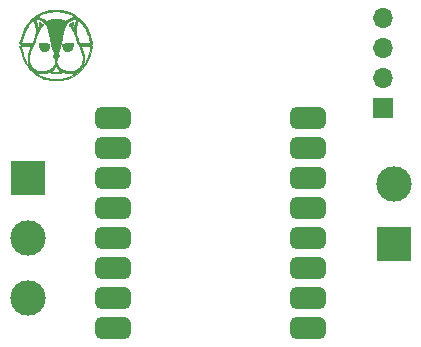
<source format=gbr>
%TF.GenerationSoftware,KiCad,Pcbnew,8.0.4*%
%TF.CreationDate,2024-07-21T20:28:23+02:00*%
%TF.ProjectId,kurumi,6b757275-6d69-42e6-9b69-6361645f7063,rev?*%
%TF.SameCoordinates,Original*%
%TF.FileFunction,Soldermask,Top*%
%TF.FilePolarity,Negative*%
%FSLAX46Y46*%
G04 Gerber Fmt 4.6, Leading zero omitted, Abs format (unit mm)*
G04 Created by KiCad (PCBNEW 8.0.4) date 2024-07-21 20:28:23*
%MOMM*%
%LPD*%
G01*
G04 APERTURE LIST*
G04 Aperture macros list*
%AMRoundRect*
0 Rectangle with rounded corners*
0 $1 Rounding radius*
0 $2 $3 $4 $5 $6 $7 $8 $9 X,Y pos of 4 corners*
0 Add a 4 corners polygon primitive as box body*
4,1,4,$2,$3,$4,$5,$6,$7,$8,$9,$2,$3,0*
0 Add four circle primitives for the rounded corners*
1,1,$1+$1,$2,$3*
1,1,$1+$1,$4,$5*
1,1,$1+$1,$6,$7*
1,1,$1+$1,$8,$9*
0 Add four rect primitives between the rounded corners*
20,1,$1+$1,$2,$3,$4,$5,0*
20,1,$1+$1,$4,$5,$6,$7,0*
20,1,$1+$1,$6,$7,$8,$9,0*
20,1,$1+$1,$8,$9,$2,$3,0*%
G04 Aperture macros list end*
%ADD10C,0.000000*%
%ADD11C,0.099999*%
%ADD12R,3.000000X3.000000*%
%ADD13C,3.000000*%
%ADD14R,1.700000X1.700000*%
%ADD15O,1.700000X1.700000*%
%ADD16RoundRect,0.450000X-1.050000X-0.450000X1.050000X-0.450000X1.050000X0.450000X-1.050000X0.450000X0*%
G04 APERTURE END LIST*
D10*
D11*
%TO.C,REF\u002A\u002A*%
X19856506Y-16860722D02*
X19865563Y-16865072D01*
X19873775Y-16870631D01*
X19881145Y-16877409D01*
X19887677Y-16885416D01*
X19893372Y-16894658D01*
X19898235Y-16905146D01*
X19902267Y-16916889D01*
X19905472Y-16929894D01*
X19907853Y-16944172D01*
X19909412Y-16959730D01*
X19910153Y-16976578D01*
X19910079Y-16994725D01*
X19909191Y-17014179D01*
X19907495Y-17034949D01*
X19904991Y-17057045D01*
X19899656Y-17092980D01*
X19893179Y-17127211D01*
X19885612Y-17159773D01*
X19877007Y-17190705D01*
X19867414Y-17220043D01*
X19856887Y-17247824D01*
X19845476Y-17274086D01*
X19833234Y-17298866D01*
X19820211Y-17322200D01*
X19806461Y-17344126D01*
X19792034Y-17364682D01*
X19776982Y-17383903D01*
X19761357Y-17401827D01*
X19745211Y-17418492D01*
X19728595Y-17433935D01*
X19711562Y-17448192D01*
X19694162Y-17461301D01*
X19676448Y-17473298D01*
X19658471Y-17484222D01*
X19640283Y-17494109D01*
X19621936Y-17502996D01*
X19603482Y-17510920D01*
X19566457Y-17524030D01*
X19529623Y-17533734D01*
X19493392Y-17540330D01*
X19458180Y-17544115D01*
X19424400Y-17545387D01*
X19398384Y-17544674D01*
X19373508Y-17542572D01*
X19349747Y-17539140D01*
X19327076Y-17534433D01*
X19305469Y-17528509D01*
X19284901Y-17521423D01*
X19265346Y-17513234D01*
X19246781Y-17503998D01*
X19229179Y-17493771D01*
X19212514Y-17482611D01*
X19196763Y-17470575D01*
X19181900Y-17457718D01*
X19167899Y-17444099D01*
X19154735Y-17429773D01*
X19142383Y-17414799D01*
X19130818Y-17399231D01*
X19120014Y-17383128D01*
X19109946Y-17366547D01*
X19091919Y-17332175D01*
X19076534Y-17296569D01*
X19063590Y-17260185D01*
X19052884Y-17223478D01*
X19044214Y-17186901D01*
X19037379Y-17150910D01*
X19032177Y-17115959D01*
X19029265Y-17091523D01*
X19027058Y-17069694D01*
X19025617Y-17050297D01*
X19025204Y-17041457D01*
X19025007Y-17033161D01*
X19025033Y-17025386D01*
X19025290Y-17018111D01*
X19025787Y-17011315D01*
X19026531Y-17004975D01*
X19027530Y-16999071D01*
X19028793Y-16993580D01*
X19030326Y-16988481D01*
X19032139Y-16983752D01*
X19034238Y-16979371D01*
X19036633Y-16975318D01*
X19039330Y-16971570D01*
X19042338Y-16968106D01*
X19045664Y-16964903D01*
X19049317Y-16961941D01*
X19053305Y-16959198D01*
X19057635Y-16956652D01*
X19062315Y-16954281D01*
X19067354Y-16952064D01*
X19072759Y-16949979D01*
X19078539Y-16948005D01*
X19091251Y-16944301D01*
X19105556Y-16940780D01*
X19170006Y-16928949D01*
X19266667Y-16915166D01*
X19383461Y-16900613D01*
X19508306Y-16886469D01*
X19733830Y-16864128D01*
X19810347Y-16858290D01*
X19846595Y-16857582D01*
X19846601Y-16857574D01*
X19856506Y-16860722D01*
G36*
X19856506Y-16860722D02*
G01*
X19865563Y-16865072D01*
X19873775Y-16870631D01*
X19881145Y-16877409D01*
X19887677Y-16885416D01*
X19893372Y-16894658D01*
X19898235Y-16905146D01*
X19902267Y-16916889D01*
X19905472Y-16929894D01*
X19907853Y-16944172D01*
X19909412Y-16959730D01*
X19910153Y-16976578D01*
X19910079Y-16994725D01*
X19909191Y-17014179D01*
X19907495Y-17034949D01*
X19904991Y-17057045D01*
X19899656Y-17092980D01*
X19893179Y-17127211D01*
X19885612Y-17159773D01*
X19877007Y-17190705D01*
X19867414Y-17220043D01*
X19856887Y-17247824D01*
X19845476Y-17274086D01*
X19833234Y-17298866D01*
X19820211Y-17322200D01*
X19806461Y-17344126D01*
X19792034Y-17364682D01*
X19776982Y-17383903D01*
X19761357Y-17401827D01*
X19745211Y-17418492D01*
X19728595Y-17433935D01*
X19711562Y-17448192D01*
X19694162Y-17461301D01*
X19676448Y-17473298D01*
X19658471Y-17484222D01*
X19640283Y-17494109D01*
X19621936Y-17502996D01*
X19603482Y-17510920D01*
X19566457Y-17524030D01*
X19529623Y-17533734D01*
X19493392Y-17540330D01*
X19458180Y-17544115D01*
X19424400Y-17545387D01*
X19398384Y-17544674D01*
X19373508Y-17542572D01*
X19349747Y-17539140D01*
X19327076Y-17534433D01*
X19305469Y-17528509D01*
X19284901Y-17521423D01*
X19265346Y-17513234D01*
X19246781Y-17503998D01*
X19229179Y-17493771D01*
X19212514Y-17482611D01*
X19196763Y-17470575D01*
X19181900Y-17457718D01*
X19167899Y-17444099D01*
X19154735Y-17429773D01*
X19142383Y-17414799D01*
X19130818Y-17399231D01*
X19120014Y-17383128D01*
X19109946Y-17366547D01*
X19091919Y-17332175D01*
X19076534Y-17296569D01*
X19063590Y-17260185D01*
X19052884Y-17223478D01*
X19044214Y-17186901D01*
X19037379Y-17150910D01*
X19032177Y-17115959D01*
X19029265Y-17091523D01*
X19027058Y-17069694D01*
X19025617Y-17050297D01*
X19025204Y-17041457D01*
X19025007Y-17033161D01*
X19025033Y-17025386D01*
X19025290Y-17018111D01*
X19025787Y-17011315D01*
X19026531Y-17004975D01*
X19027530Y-16999071D01*
X19028793Y-16993580D01*
X19030326Y-16988481D01*
X19032139Y-16983752D01*
X19034238Y-16979371D01*
X19036633Y-16975318D01*
X19039330Y-16971570D01*
X19042338Y-16968106D01*
X19045664Y-16964903D01*
X19049317Y-16961941D01*
X19053305Y-16959198D01*
X19057635Y-16956652D01*
X19062315Y-16954281D01*
X19067354Y-16952064D01*
X19072759Y-16949979D01*
X19078539Y-16948005D01*
X19091251Y-16944301D01*
X19105556Y-16940780D01*
X19170006Y-16928949D01*
X19266667Y-16915166D01*
X19383461Y-16900613D01*
X19508306Y-16886469D01*
X19733830Y-16864128D01*
X19810347Y-16858290D01*
X19846595Y-16857582D01*
X19846601Y-16857574D01*
X19856506Y-16860722D01*
G37*
X17103605Y-16857589D02*
X17139852Y-16858296D01*
X17216369Y-16864132D01*
X17441893Y-16886474D01*
X17683533Y-16915173D01*
X17780195Y-16928956D01*
X17844645Y-16940788D01*
X17858955Y-16944306D01*
X17871672Y-16948008D01*
X17882859Y-16952065D01*
X17892579Y-16956652D01*
X17896910Y-16959197D01*
X17900898Y-16961940D01*
X17904551Y-16964902D01*
X17907877Y-16968104D01*
X17910885Y-16971569D01*
X17913582Y-16975317D01*
X17915976Y-16979370D01*
X17918074Y-16983751D01*
X17919886Y-16988480D01*
X17921419Y-16993579D01*
X17922681Y-16999071D01*
X17923679Y-17004975D01*
X17924918Y-17018112D01*
X17925200Y-17033163D01*
X17924588Y-17050301D01*
X17923146Y-17069698D01*
X17920938Y-17091529D01*
X17918026Y-17115966D01*
X17912824Y-17150916D01*
X17905989Y-17186906D01*
X17897320Y-17223482D01*
X17886614Y-17260190D01*
X17873669Y-17296573D01*
X17858284Y-17332179D01*
X17849613Y-17349548D01*
X17840257Y-17366551D01*
X17830189Y-17383133D01*
X17819386Y-17399236D01*
X17807820Y-17414804D01*
X17795468Y-17429778D01*
X17782304Y-17444104D01*
X17768303Y-17457724D01*
X17753440Y-17470581D01*
X17737688Y-17482617D01*
X17721024Y-17493778D01*
X17703422Y-17504005D01*
X17684856Y-17513241D01*
X17665302Y-17521430D01*
X17644733Y-17528516D01*
X17623126Y-17534440D01*
X17600455Y-17539147D01*
X17576693Y-17542580D01*
X17551818Y-17544681D01*
X17525802Y-17545394D01*
X17492021Y-17544123D01*
X17456809Y-17540338D01*
X17420579Y-17533742D01*
X17383745Y-17524037D01*
X17346720Y-17510928D01*
X17309918Y-17494117D01*
X17291731Y-17484230D01*
X17273754Y-17473306D01*
X17256040Y-17461308D01*
X17238640Y-17448200D01*
X17221606Y-17433942D01*
X17204991Y-17418500D01*
X17188844Y-17401835D01*
X17173220Y-17383911D01*
X17158168Y-17364689D01*
X17143741Y-17344134D01*
X17129990Y-17322208D01*
X17116968Y-17298874D01*
X17104725Y-17274094D01*
X17093315Y-17247832D01*
X17082787Y-17220051D01*
X17073195Y-17190713D01*
X17064589Y-17159781D01*
X17057022Y-17127218D01*
X17050546Y-17092988D01*
X17045211Y-17057052D01*
X17043858Y-17045840D01*
X17042708Y-17034961D01*
X17041759Y-17024412D01*
X17041012Y-17014193D01*
X17040468Y-17004303D01*
X17040127Y-16994741D01*
X17039990Y-16985505D01*
X17040055Y-16976596D01*
X17040325Y-16968010D01*
X17040800Y-16959748D01*
X17041479Y-16951808D01*
X17042362Y-16944189D01*
X17043452Y-16936891D01*
X17044747Y-16929911D01*
X17046247Y-16923250D01*
X17047955Y-16916905D01*
X17049869Y-16910876D01*
X17051990Y-16905161D01*
X17054318Y-16899760D01*
X17056854Y-16894672D01*
X17059598Y-16889895D01*
X17062551Y-16885428D01*
X17065712Y-16881270D01*
X17069082Y-16877420D01*
X17072662Y-16873878D01*
X17076451Y-16870641D01*
X17080451Y-16867709D01*
X17084661Y-16865080D01*
X17089081Y-16862754D01*
X17093713Y-16860730D01*
X17098556Y-16859006D01*
X17103611Y-16857582D01*
X17103605Y-16857589D01*
G36*
X17103605Y-16857589D02*
G01*
X17139852Y-16858296D01*
X17216369Y-16864132D01*
X17441893Y-16886474D01*
X17683533Y-16915173D01*
X17780195Y-16928956D01*
X17844645Y-16940788D01*
X17858955Y-16944306D01*
X17871672Y-16948008D01*
X17882859Y-16952065D01*
X17892579Y-16956652D01*
X17896910Y-16959197D01*
X17900898Y-16961940D01*
X17904551Y-16964902D01*
X17907877Y-16968104D01*
X17910885Y-16971569D01*
X17913582Y-16975317D01*
X17915976Y-16979370D01*
X17918074Y-16983751D01*
X17919886Y-16988480D01*
X17921419Y-16993579D01*
X17922681Y-16999071D01*
X17923679Y-17004975D01*
X17924918Y-17018112D01*
X17925200Y-17033163D01*
X17924588Y-17050301D01*
X17923146Y-17069698D01*
X17920938Y-17091529D01*
X17918026Y-17115966D01*
X17912824Y-17150916D01*
X17905989Y-17186906D01*
X17897320Y-17223482D01*
X17886614Y-17260190D01*
X17873669Y-17296573D01*
X17858284Y-17332179D01*
X17849613Y-17349548D01*
X17840257Y-17366551D01*
X17830189Y-17383133D01*
X17819386Y-17399236D01*
X17807820Y-17414804D01*
X17795468Y-17429778D01*
X17782304Y-17444104D01*
X17768303Y-17457724D01*
X17753440Y-17470581D01*
X17737688Y-17482617D01*
X17721024Y-17493778D01*
X17703422Y-17504005D01*
X17684856Y-17513241D01*
X17665302Y-17521430D01*
X17644733Y-17528516D01*
X17623126Y-17534440D01*
X17600455Y-17539147D01*
X17576693Y-17542580D01*
X17551818Y-17544681D01*
X17525802Y-17545394D01*
X17492021Y-17544123D01*
X17456809Y-17540338D01*
X17420579Y-17533742D01*
X17383745Y-17524037D01*
X17346720Y-17510928D01*
X17309918Y-17494117D01*
X17291731Y-17484230D01*
X17273754Y-17473306D01*
X17256040Y-17461308D01*
X17238640Y-17448200D01*
X17221606Y-17433942D01*
X17204991Y-17418500D01*
X17188844Y-17401835D01*
X17173220Y-17383911D01*
X17158168Y-17364689D01*
X17143741Y-17344134D01*
X17129990Y-17322208D01*
X17116968Y-17298874D01*
X17104725Y-17274094D01*
X17093315Y-17247832D01*
X17082787Y-17220051D01*
X17073195Y-17190713D01*
X17064589Y-17159781D01*
X17057022Y-17127218D01*
X17050546Y-17092988D01*
X17045211Y-17057052D01*
X17043858Y-17045840D01*
X17042708Y-17034961D01*
X17041759Y-17024412D01*
X17041012Y-17014193D01*
X17040468Y-17004303D01*
X17040127Y-16994741D01*
X17039990Y-16985505D01*
X17040055Y-16976596D01*
X17040325Y-16968010D01*
X17040800Y-16959748D01*
X17041479Y-16951808D01*
X17042362Y-16944189D01*
X17043452Y-16936891D01*
X17044747Y-16929911D01*
X17046247Y-16923250D01*
X17047955Y-16916905D01*
X17049869Y-16910876D01*
X17051990Y-16905161D01*
X17054318Y-16899760D01*
X17056854Y-16894672D01*
X17059598Y-16889895D01*
X17062551Y-16885428D01*
X17065712Y-16881270D01*
X17069082Y-16877420D01*
X17072662Y-16873878D01*
X17076451Y-16870641D01*
X17080451Y-16867709D01*
X17084661Y-16865080D01*
X17089081Y-16862754D01*
X17093713Y-16860730D01*
X17098556Y-16859006D01*
X17103611Y-16857582D01*
X17103605Y-16857589D01*
G37*
X18620626Y-14052020D02*
X18818695Y-14065044D01*
X18934709Y-14078938D01*
X19060590Y-14099491D01*
X19195247Y-14128006D01*
X19337590Y-14165785D01*
X19486531Y-14214132D01*
X19640978Y-14274349D01*
X19799841Y-14347741D01*
X19962031Y-14435609D01*
X20126458Y-14539257D01*
X20292032Y-14659987D01*
X20374908Y-14727166D01*
X20457662Y-14799104D01*
X20540158Y-14875963D01*
X20622259Y-14957908D01*
X20700384Y-15040957D01*
X20774017Y-15124278D01*
X20843301Y-15208148D01*
X20908379Y-15292843D01*
X20969395Y-15378640D01*
X21026492Y-15465815D01*
X21079813Y-15554643D01*
X21129502Y-15645402D01*
X21175701Y-15738366D01*
X21218554Y-15833814D01*
X21258204Y-15932020D01*
X21294795Y-16033261D01*
X21328469Y-16137813D01*
X21359370Y-16245952D01*
X21387641Y-16357955D01*
X21413425Y-16474098D01*
X21417254Y-16499412D01*
X21421495Y-16522747D01*
X21426116Y-16544216D01*
X21431082Y-16563929D01*
X21436361Y-16581997D01*
X21441919Y-16598533D01*
X21447723Y-16613647D01*
X21453740Y-16627450D01*
X21459935Y-16640054D01*
X21466277Y-16651570D01*
X21472730Y-16662110D01*
X21479263Y-16671785D01*
X21485842Y-16680705D01*
X21492433Y-16688983D01*
X21505519Y-16704055D01*
X21530372Y-16731385D01*
X21536116Y-16738280D01*
X21541605Y-16745423D01*
X21546807Y-16752925D01*
X21551688Y-16760897D01*
X21556214Y-16769450D01*
X21560353Y-16778697D01*
X21564070Y-16788747D01*
X21567333Y-16799713D01*
X21570108Y-16811706D01*
X21572362Y-16824836D01*
X21574061Y-16839216D01*
X21575172Y-16854957D01*
X21575172Y-16855468D01*
X21572520Y-16871615D01*
X21563218Y-16886309D01*
X21547696Y-16899605D01*
X21526385Y-16911558D01*
X21499714Y-16922222D01*
X21468114Y-16931651D01*
X21391843Y-16947022D01*
X21301012Y-16958107D01*
X21199060Y-16965341D01*
X21089428Y-16969159D01*
X20975553Y-16969995D01*
X20748839Y-16964464D01*
X20546432Y-16952230D01*
X20395848Y-16936771D01*
X20348589Y-16928921D01*
X20324604Y-16921569D01*
X20313169Y-16908723D01*
X20301099Y-16884660D01*
X20274056Y-16806052D01*
X20201407Y-16549052D01*
X20151823Y-16383317D01*
X20090749Y-16201196D01*
X20055282Y-16105968D01*
X20016197Y-16009017D01*
X19973245Y-15911134D01*
X19953467Y-15869944D01*
X20168788Y-15869944D01*
X20171760Y-15956535D01*
X20180420Y-16039629D01*
X20195413Y-16118186D01*
X20226365Y-16217800D01*
X20259495Y-16329786D01*
X20326342Y-16560112D01*
X20357083Y-16663067D01*
X20384052Y-16747630D01*
X20395657Y-16780610D01*
X20405761Y-16806108D01*
X20414178Y-16823162D01*
X20417696Y-16828222D01*
X20420723Y-16830810D01*
X20467420Y-16837744D01*
X20573353Y-16846790D01*
X20720567Y-16855956D01*
X20891111Y-16863248D01*
X21067031Y-16866673D01*
X21230377Y-16864237D01*
X21301724Y-16860198D01*
X21363195Y-16853946D01*
X21412546Y-16845233D01*
X21447532Y-16833808D01*
X21451340Y-16831639D01*
X21454096Y-16829258D01*
X21455859Y-16826674D01*
X21456686Y-16823891D01*
X21456638Y-16820917D01*
X21455773Y-16817759D01*
X21454149Y-16814422D01*
X21451826Y-16810914D01*
X21448862Y-16807241D01*
X21445316Y-16803409D01*
X21436713Y-16795296D01*
X21426487Y-16786627D01*
X21415108Y-16777455D01*
X21390774Y-16757809D01*
X21378759Y-16747439D01*
X21367472Y-16736776D01*
X21357384Y-16725870D01*
X21352936Y-16720343D01*
X21348964Y-16714774D01*
X21345527Y-16709171D01*
X21342684Y-16703541D01*
X21340492Y-16697889D01*
X21339012Y-16692222D01*
X21311269Y-16561770D01*
X21279176Y-16433065D01*
X21242698Y-16306259D01*
X21201797Y-16181503D01*
X21156439Y-16058950D01*
X21106587Y-15938750D01*
X21052206Y-15821055D01*
X20993260Y-15706017D01*
X20929712Y-15593788D01*
X20861527Y-15484519D01*
X20788668Y-15378362D01*
X20711101Y-15275468D01*
X20628789Y-15175989D01*
X20541697Y-15080077D01*
X20449787Y-14987883D01*
X20353025Y-14899559D01*
X20353027Y-14899658D01*
X20326231Y-14984353D01*
X20291102Y-15105021D01*
X20252820Y-15253336D01*
X20216564Y-15420972D01*
X20200815Y-15509432D01*
X20187516Y-15599601D01*
X20177313Y-15690436D01*
X20170854Y-15780898D01*
X20168788Y-15869944D01*
X19953467Y-15869944D01*
X19926178Y-15813110D01*
X19906303Y-15779778D01*
X19883614Y-15744650D01*
X19858681Y-15708201D01*
X19832071Y-15670902D01*
X19776091Y-15595653D01*
X19720221Y-15522689D01*
X19669005Y-15455797D01*
X19626989Y-15398764D01*
X19610850Y-15375128D01*
X19598716Y-15355376D01*
X19591153Y-15339983D01*
X19589264Y-15334069D01*
X19588731Y-15329422D01*
X19589396Y-15325173D01*
X19591025Y-15320439D01*
X19597018Y-15309651D01*
X19606397Y-15297340D01*
X19618844Y-15283790D01*
X19634044Y-15269283D01*
X19651681Y-15254102D01*
X19671440Y-15238528D01*
X19693003Y-15222846D01*
X19716056Y-15207337D01*
X19740282Y-15192283D01*
X19765365Y-15177969D01*
X19790990Y-15164675D01*
X19816841Y-15152685D01*
X19842602Y-15142282D01*
X19867957Y-15133748D01*
X19892589Y-15127365D01*
X19899724Y-15126401D01*
X19905865Y-15126785D01*
X19911063Y-15128452D01*
X19915367Y-15131337D01*
X19918829Y-15135376D01*
X19921498Y-15140504D01*
X19923424Y-15146656D01*
X19924658Y-15153768D01*
X19925249Y-15170612D01*
X19923674Y-15190518D01*
X19920333Y-15212969D01*
X19915628Y-15237447D01*
X19891204Y-15345279D01*
X19885705Y-15372130D01*
X19881252Y-15397903D01*
X19878246Y-15422081D01*
X19877090Y-15444145D01*
X19877363Y-15449879D01*
X19878212Y-15455894D01*
X19879604Y-15462153D01*
X19881507Y-15468621D01*
X19883888Y-15475261D01*
X19886715Y-15482037D01*
X19889953Y-15488912D01*
X19893572Y-15495850D01*
X19897538Y-15502814D01*
X19901819Y-15509769D01*
X19911193Y-15523505D01*
X19921432Y-15536766D01*
X19932275Y-15549261D01*
X19943462Y-15560700D01*
X19949101Y-15565932D01*
X19954729Y-15570792D01*
X19960311Y-15575242D01*
X19965815Y-15579246D01*
X19971209Y-15582768D01*
X19976459Y-15585772D01*
X19981534Y-15588221D01*
X19986399Y-15590079D01*
X19991024Y-15591309D01*
X19995374Y-15591876D01*
X19999418Y-15591742D01*
X20003122Y-15590872D01*
X20006455Y-15589229D01*
X20009382Y-15586776D01*
X20013881Y-15576822D01*
X20021361Y-15554168D01*
X20043461Y-15477793D01*
X20103600Y-15250005D01*
X20160943Y-15015935D01*
X20179548Y-14931708D01*
X20184757Y-14903950D01*
X20186634Y-14888107D01*
X20185570Y-14874333D01*
X20182278Y-14862490D01*
X20176889Y-14852488D01*
X20169534Y-14844239D01*
X20160343Y-14837652D01*
X20149446Y-14832639D01*
X20136975Y-14829110D01*
X20123061Y-14826977D01*
X20107833Y-14826148D01*
X20091422Y-14826537D01*
X20055577Y-14830604D01*
X20016569Y-14838465D01*
X19975445Y-14849405D01*
X19933250Y-14862709D01*
X19891030Y-14877662D01*
X19810693Y-14909659D01*
X19742797Y-14939679D01*
X19695707Y-14962005D01*
X19654031Y-14983453D01*
X19614451Y-15006051D01*
X19576858Y-15029926D01*
X19541142Y-15055205D01*
X19507191Y-15082016D01*
X19474896Y-15110485D01*
X19444147Y-15140741D01*
X19414832Y-15172910D01*
X19386842Y-15207121D01*
X19360066Y-15243499D01*
X19334394Y-15282173D01*
X19309716Y-15323269D01*
X19285922Y-15366915D01*
X19262900Y-15413239D01*
X19240541Y-15462367D01*
X19218734Y-15514427D01*
X19187907Y-15602376D01*
X19150907Y-15725957D01*
X19110149Y-15875378D01*
X19068049Y-16040846D01*
X19027020Y-16212568D01*
X18989478Y-16380751D01*
X18957838Y-16535602D01*
X18934515Y-16667327D01*
X18917910Y-16794129D01*
X18897026Y-16919069D01*
X18884872Y-16980867D01*
X18871520Y-17042230D01*
X18856928Y-17103168D01*
X18841052Y-17163693D01*
X18823849Y-17223813D01*
X18805277Y-17283540D01*
X18785294Y-17342883D01*
X18763855Y-17401852D01*
X18740919Y-17460459D01*
X18716442Y-17518712D01*
X18690382Y-17576622D01*
X18662697Y-17634200D01*
X18650176Y-17655641D01*
X18638488Y-17676338D01*
X18627888Y-17695732D01*
X18618632Y-17713263D01*
X18610976Y-17728371D01*
X18605176Y-17740498D01*
X18603052Y-17745269D01*
X18601487Y-17749084D01*
X18600515Y-17751875D01*
X18600166Y-17753570D01*
X18600808Y-17761297D01*
X18602652Y-17768740D01*
X18605580Y-17775945D01*
X18609473Y-17782957D01*
X18614210Y-17789823D01*
X18619672Y-17796589D01*
X18632295Y-17810001D01*
X18660990Y-17837637D01*
X18675150Y-17852593D01*
X18681765Y-17860517D01*
X18687912Y-17868798D01*
X18693469Y-17877484D01*
X18698319Y-17886619D01*
X18702341Y-17896249D01*
X18705416Y-17906421D01*
X18707424Y-17917180D01*
X18708247Y-17928572D01*
X18707765Y-17940643D01*
X18705858Y-17953439D01*
X18702407Y-17967006D01*
X18697292Y-17981389D01*
X18690394Y-17996634D01*
X18681593Y-18012788D01*
X18670771Y-18029896D01*
X18657807Y-18048003D01*
X18642582Y-18067156D01*
X18624977Y-18087401D01*
X18612654Y-18102590D01*
X18601277Y-18117982D01*
X18590817Y-18133569D01*
X18581247Y-18149344D01*
X18572538Y-18165300D01*
X18564660Y-18181430D01*
X18551284Y-18214182D01*
X18540892Y-18247542D01*
X18533252Y-18281455D01*
X18528136Y-18315861D01*
X18525315Y-18350704D01*
X18524558Y-18385926D01*
X18525637Y-18421470D01*
X18528321Y-18457279D01*
X18532382Y-18493294D01*
X18537589Y-18529458D01*
X18543713Y-18565715D01*
X18557796Y-18638274D01*
X18561560Y-18652900D01*
X18567012Y-18668690D01*
X18573982Y-18685472D01*
X18582298Y-18703076D01*
X18591789Y-18721328D01*
X18602284Y-18740057D01*
X18613611Y-18759091D01*
X18625598Y-18778258D01*
X18650869Y-18816305D01*
X18676726Y-18852823D01*
X18701798Y-18886436D01*
X18724712Y-18915771D01*
X18750005Y-18944174D01*
X18780686Y-18972930D01*
X18856959Y-19030427D01*
X18951023Y-19086117D01*
X19060374Y-19137858D01*
X19182505Y-19183504D01*
X19314910Y-19220913D01*
X19455084Y-19247940D01*
X19527301Y-19256891D01*
X19600520Y-19262443D01*
X19674429Y-19264327D01*
X19748714Y-19262276D01*
X19823061Y-19256022D01*
X19897158Y-19245297D01*
X19970691Y-19229833D01*
X20043347Y-19209362D01*
X20114812Y-19183616D01*
X20184775Y-19152326D01*
X20252920Y-19115226D01*
X20318936Y-19072047D01*
X20382508Y-19022521D01*
X20443324Y-18966381D01*
X20501071Y-18903357D01*
X20555434Y-18833183D01*
X20606101Y-18755590D01*
X20652759Y-18670310D01*
X20678655Y-18613829D01*
X20700257Y-18555680D01*
X20717780Y-18496078D01*
X20731439Y-18435237D01*
X20741450Y-18373374D01*
X20748026Y-18310703D01*
X20751383Y-18247438D01*
X20751735Y-18183796D01*
X20749299Y-18119990D01*
X20744287Y-18056236D01*
X20736916Y-17992749D01*
X20727400Y-17929744D01*
X20702794Y-17806040D01*
X20672188Y-17686843D01*
X20637301Y-17573874D01*
X20599851Y-17468851D01*
X20561560Y-17373496D01*
X20524144Y-17289529D01*
X20489324Y-17218668D01*
X20458819Y-17162634D01*
X20452966Y-17153190D01*
X20585808Y-17153190D01*
X20586078Y-17155227D01*
X20670967Y-17357405D01*
X20709290Y-17455745D01*
X20744372Y-17552629D01*
X20775846Y-17648340D01*
X20803341Y-17743159D01*
X20826489Y-17837370D01*
X20844922Y-17931255D01*
X20858269Y-18025096D01*
X20866162Y-18119175D01*
X20868231Y-18213777D01*
X20864109Y-18309182D01*
X20853425Y-18405673D01*
X20835811Y-18503533D01*
X20810898Y-18603045D01*
X20778316Y-18704490D01*
X20762859Y-18746849D01*
X20757528Y-18762230D01*
X20753224Y-18775629D01*
X20751709Y-18780977D01*
X20750754Y-18785098D01*
X20750460Y-18787750D01*
X20750592Y-18788448D01*
X20750927Y-18788688D01*
X20752691Y-18788471D01*
X20754768Y-18787831D01*
X20759795Y-18785346D01*
X20765878Y-18781363D01*
X20772890Y-18776009D01*
X20780702Y-18769414D01*
X20789185Y-18761706D01*
X20798211Y-18753014D01*
X20807652Y-18743466D01*
X20817380Y-18733193D01*
X20827265Y-18722321D01*
X20837180Y-18710980D01*
X20846996Y-18699299D01*
X20856584Y-18687407D01*
X20865817Y-18675432D01*
X20874566Y-18663502D01*
X20882702Y-18651748D01*
X20922475Y-18591143D01*
X20960033Y-18530274D01*
X20995448Y-18469275D01*
X21028791Y-18408280D01*
X21060135Y-18347423D01*
X21089552Y-18286838D01*
X21142891Y-18167018D01*
X21189386Y-18049895D01*
X21229612Y-17936540D01*
X21264147Y-17828026D01*
X21293566Y-17725424D01*
X21318446Y-17629807D01*
X21339364Y-17542248D01*
X21371617Y-17395591D01*
X21394938Y-17294031D01*
X21404689Y-17262843D01*
X21409340Y-17252617D01*
X21413936Y-17246147D01*
X21422621Y-17237460D01*
X21430308Y-17229499D01*
X21437011Y-17222196D01*
X21439999Y-17218769D01*
X21442748Y-17215480D01*
X21445258Y-17212320D01*
X21447532Y-17209281D01*
X21449573Y-17206353D01*
X21451382Y-17203529D01*
X21452960Y-17200799D01*
X21454311Y-17198155D01*
X21455435Y-17195587D01*
X21456335Y-17193088D01*
X21457013Y-17190648D01*
X21457471Y-17188259D01*
X21457710Y-17185912D01*
X21457733Y-17183599D01*
X21457542Y-17181309D01*
X21457138Y-17179036D01*
X21456524Y-17176770D01*
X21455701Y-17174502D01*
X21454671Y-17172223D01*
X21453437Y-17169926D01*
X21452001Y-17167600D01*
X21450364Y-17165238D01*
X21448527Y-17162831D01*
X21446495Y-17160370D01*
X21444267Y-17157846D01*
X21441847Y-17155250D01*
X21436977Y-17152641D01*
X21427608Y-17150107D01*
X21396606Y-17145302D01*
X21351310Y-17140913D01*
X21294191Y-17137014D01*
X21227721Y-17133682D01*
X21154371Y-17130994D01*
X20996912Y-17127853D01*
X20996906Y-17127830D01*
X20917728Y-17127521D01*
X20841539Y-17128142D01*
X20770818Y-17129763D01*
X20708048Y-17132451D01*
X20680419Y-17134216D01*
X20655707Y-17136273D01*
X20634224Y-17138631D01*
X20616279Y-17141298D01*
X20602181Y-17144283D01*
X20596672Y-17145897D01*
X20592242Y-17147593D01*
X20588929Y-17149374D01*
X20586771Y-17151239D01*
X20585808Y-17153190D01*
X20452966Y-17153190D01*
X20434349Y-17123148D01*
X20417631Y-17101928D01*
X20415110Y-17096246D01*
X20419518Y-17090730D01*
X20447349Y-17080300D01*
X20497570Y-17070852D01*
X20566629Y-17062595D01*
X20747050Y-17050503D01*
X20960192Y-17045716D01*
X21070152Y-17046590D01*
X21177635Y-17049924D01*
X21279088Y-17055930D01*
X21370958Y-17064818D01*
X21449694Y-17076801D01*
X21511742Y-17092090D01*
X21535398Y-17101040D01*
X21553550Y-17110896D01*
X21565754Y-17121684D01*
X21571565Y-17133430D01*
X21572548Y-17139265D01*
X21573148Y-17144943D01*
X21573329Y-17150551D01*
X21573057Y-17156174D01*
X21572295Y-17161901D01*
X21571008Y-17167816D01*
X21569160Y-17174008D01*
X21566716Y-17180562D01*
X21563640Y-17187564D01*
X21559897Y-17195102D01*
X21555451Y-17203263D01*
X21550267Y-17212131D01*
X21544309Y-17221795D01*
X21537541Y-17232341D01*
X21521434Y-17256423D01*
X21502920Y-17284101D01*
X21495149Y-17296393D01*
X21488212Y-17308129D01*
X21481993Y-17319664D01*
X21476373Y-17331354D01*
X21471236Y-17343553D01*
X21466464Y-17356618D01*
X21461941Y-17370904D01*
X21457548Y-17386767D01*
X21453170Y-17404562D01*
X21448688Y-17424645D01*
X21438947Y-17473096D01*
X21427385Y-17534965D01*
X21357661Y-17839430D01*
X21265718Y-18124252D01*
X21153039Y-18389432D01*
X21021104Y-18634969D01*
X20871395Y-18860863D01*
X20705393Y-19067114D01*
X20524579Y-19253723D01*
X20330435Y-19420689D01*
X20124441Y-19568013D01*
X19908078Y-19695693D01*
X19682828Y-19803730D01*
X19450172Y-19892125D01*
X19211592Y-19960877D01*
X18968568Y-20009986D01*
X18722581Y-20039451D01*
X18475114Y-20049274D01*
X18227646Y-20039454D01*
X17981659Y-20009991D01*
X17738635Y-19960884D01*
X17500054Y-19892135D01*
X17267398Y-19803742D01*
X17042148Y-19695706D01*
X16825786Y-19568027D01*
X16619791Y-19420704D01*
X16603362Y-19406575D01*
X16845201Y-19406575D01*
X16846572Y-19413127D01*
X16862413Y-19433446D01*
X16895038Y-19462170D01*
X16943630Y-19497838D01*
X17007374Y-19538993D01*
X17085454Y-19584174D01*
X17177052Y-19631924D01*
X17281353Y-19680782D01*
X17397540Y-19729291D01*
X17524798Y-19775990D01*
X17662309Y-19819422D01*
X17809258Y-19858126D01*
X17964829Y-19890644D01*
X18128204Y-19915517D01*
X18298568Y-19931286D01*
X18475105Y-19936492D01*
X18564094Y-19935301D01*
X18651642Y-19931287D01*
X18737646Y-19924632D01*
X18822006Y-19915519D01*
X18904618Y-19904129D01*
X18985381Y-19890647D01*
X19064193Y-19875253D01*
X19140952Y-19858130D01*
X19215555Y-19839461D01*
X19287901Y-19819428D01*
X19357887Y-19798213D01*
X19425412Y-19775998D01*
X19490374Y-19752967D01*
X19552670Y-19729301D01*
X19668857Y-19680794D01*
X19773158Y-19631936D01*
X19864757Y-19584188D01*
X19942836Y-19539006D01*
X20006580Y-19497851D01*
X20055173Y-19462181D01*
X20087798Y-19433455D01*
X20097867Y-19422152D01*
X20103638Y-19413132D01*
X20105010Y-19406578D01*
X20101879Y-19402671D01*
X20090240Y-19400516D01*
X20067625Y-19400920D01*
X19992747Y-19406968D01*
X19883801Y-19415939D01*
X19747342Y-19422956D01*
X19670844Y-19424209D01*
X19589926Y-19423144D01*
X19505408Y-19419153D01*
X19418110Y-19411626D01*
X19328850Y-19399954D01*
X19238449Y-19383526D01*
X19147725Y-19361734D01*
X19057499Y-19333968D01*
X19032552Y-19326027D01*
X19010508Y-19319217D01*
X18991142Y-19313579D01*
X18974233Y-19309153D01*
X18966630Y-19307406D01*
X18959557Y-19305978D01*
X18952986Y-19304871D01*
X18946891Y-19304093D01*
X18941243Y-19303647D01*
X18936013Y-19303539D01*
X18931175Y-19303773D01*
X18926700Y-19304355D01*
X18922561Y-19305289D01*
X18918729Y-19306580D01*
X18915177Y-19308234D01*
X18911878Y-19310255D01*
X18908802Y-19312649D01*
X18905923Y-19315420D01*
X18903212Y-19318573D01*
X18900642Y-19322113D01*
X18898184Y-19326045D01*
X18895812Y-19330374D01*
X18893496Y-19335106D01*
X18891210Y-19340244D01*
X18886613Y-19351761D01*
X18881799Y-19364966D01*
X18878887Y-19372889D01*
X18875955Y-19380379D01*
X18872994Y-19387436D01*
X18869998Y-19394059D01*
X18866959Y-19400248D01*
X18863869Y-19406000D01*
X18860722Y-19411316D01*
X18857510Y-19416195D01*
X18855877Y-19418470D01*
X18854224Y-19420635D01*
X18852552Y-19422691D01*
X18850859Y-19424636D01*
X18849144Y-19426472D01*
X18847406Y-19428197D01*
X18845645Y-19429812D01*
X18843859Y-19431317D01*
X18842047Y-19432711D01*
X18840209Y-19433995D01*
X18838343Y-19435168D01*
X18836449Y-19436230D01*
X18834525Y-19437181D01*
X18832571Y-19438021D01*
X18830586Y-19438750D01*
X18828569Y-19439368D01*
X18815023Y-19442298D01*
X18789236Y-19444828D01*
X18707935Y-19448692D01*
X18598645Y-19450978D01*
X18475345Y-19451705D01*
X18352014Y-19450890D01*
X18242633Y-19448550D01*
X18161180Y-19444704D01*
X18135296Y-19442221D01*
X18121635Y-19439368D01*
X18117633Y-19438020D01*
X18113756Y-19436228D01*
X18109996Y-19433992D01*
X18106346Y-19431314D01*
X18102798Y-19428194D01*
X18099345Y-19424633D01*
X18095980Y-19420632D01*
X18092695Y-19416192D01*
X18089483Y-19411314D01*
X18086335Y-19405998D01*
X18083246Y-19400246D01*
X18080207Y-19394058D01*
X18077211Y-19387435D01*
X18074250Y-19380379D01*
X18071317Y-19372889D01*
X18068405Y-19364966D01*
X18065360Y-19356514D01*
X18062431Y-19348738D01*
X18059564Y-19341625D01*
X18056705Y-19335166D01*
X18053800Y-19329348D01*
X18052313Y-19326676D01*
X18050794Y-19324160D01*
X18049237Y-19321799D01*
X18047634Y-19319591D01*
X18045979Y-19317535D01*
X18044265Y-19315630D01*
X18042486Y-19313874D01*
X18040634Y-19312265D01*
X18038702Y-19310803D01*
X18036685Y-19309486D01*
X18034574Y-19308312D01*
X18032364Y-19307280D01*
X18030048Y-19306389D01*
X18027619Y-19305637D01*
X18025069Y-19305023D01*
X18022393Y-19304545D01*
X18019583Y-19304203D01*
X18016634Y-19303994D01*
X18013537Y-19303917D01*
X18010286Y-19303971D01*
X18006875Y-19304154D01*
X18003296Y-19304465D01*
X18003298Y-19304465D01*
X17993983Y-19305754D01*
X17983568Y-19307740D01*
X17971958Y-19310418D01*
X17959061Y-19313781D01*
X17944782Y-19317823D01*
X17929026Y-19322539D01*
X17892712Y-19333968D01*
X17847712Y-19348636D01*
X17802485Y-19361734D01*
X17757134Y-19373339D01*
X17711762Y-19383526D01*
X17666470Y-19392372D01*
X17621360Y-19399954D01*
X17532101Y-19411626D01*
X17444802Y-19419153D01*
X17360284Y-19423144D01*
X17279367Y-19424209D01*
X17202869Y-19422956D01*
X17131610Y-19419997D01*
X17066410Y-19415939D01*
X16957463Y-19406968D01*
X16882585Y-19400920D01*
X16859971Y-19400516D01*
X16852728Y-19401235D01*
X16848332Y-19402671D01*
X16845201Y-19406575D01*
X16603362Y-19406575D01*
X16425646Y-19253739D01*
X16244832Y-19067130D01*
X16078829Y-18860877D01*
X15929120Y-18634982D01*
X15797185Y-18389443D01*
X15684505Y-18124260D01*
X15592562Y-17839434D01*
X15522837Y-17534965D01*
X15511276Y-17473085D01*
X15506236Y-17447357D01*
X15501534Y-17424629D01*
X15497052Y-17404545D01*
X15492674Y-17386750D01*
X15488281Y-17370888D01*
X15483758Y-17356604D01*
X15478986Y-17343541D01*
X15473849Y-17331344D01*
X15468229Y-17319657D01*
X15462009Y-17308124D01*
X15455072Y-17296390D01*
X15447301Y-17284099D01*
X15428787Y-17256423D01*
X15420290Y-17243840D01*
X15412675Y-17232315D01*
X15405905Y-17221762D01*
X15399946Y-17212094D01*
X15394761Y-17203224D01*
X15390316Y-17195064D01*
X15386573Y-17187529D01*
X15384844Y-17183593D01*
X15492469Y-17183593D01*
X15492492Y-17185904D01*
X15492731Y-17188248D01*
X15493189Y-17190634D01*
X15493867Y-17193071D01*
X15494767Y-17195568D01*
X15495891Y-17198133D01*
X15497242Y-17200776D01*
X15498820Y-17203505D01*
X15500629Y-17206329D01*
X15502669Y-17209256D01*
X15507454Y-17215457D01*
X15513191Y-17222179D01*
X15519894Y-17229492D01*
X15527581Y-17237465D01*
X15536266Y-17246170D01*
X15545508Y-17262861D01*
X15555243Y-17294045D01*
X15578505Y-17395601D01*
X15610676Y-17542258D01*
X15656379Y-17725435D01*
X15685749Y-17828039D01*
X15720237Y-17936555D01*
X15760420Y-18049912D01*
X15806875Y-18167037D01*
X15860181Y-18286858D01*
X15920915Y-18408302D01*
X15989657Y-18530297D01*
X16066983Y-18651771D01*
X16075118Y-18663516D01*
X16083866Y-18675439D01*
X16093098Y-18687410D01*
X16102686Y-18699300D01*
X16112502Y-18710979D01*
X16122416Y-18722320D01*
X16132302Y-18733193D01*
X16142029Y-18743469D01*
X16151471Y-18753019D01*
X16160497Y-18761715D01*
X16168981Y-18769426D01*
X16176793Y-18776024D01*
X16183805Y-18781381D01*
X16189889Y-18785367D01*
X16192542Y-18786806D01*
X16194916Y-18787853D01*
X16196993Y-18788494D01*
X16198757Y-18788711D01*
X16199092Y-18788471D01*
X16199224Y-18787773D01*
X16198930Y-18785122D01*
X16197975Y-18781001D01*
X16196461Y-18775653D01*
X16192157Y-18762255D01*
X16186825Y-18746875D01*
X16171368Y-18704513D01*
X16138786Y-18603067D01*
X16113873Y-18503556D01*
X16096258Y-18405696D01*
X16085574Y-18309205D01*
X16081451Y-18213800D01*
X16083521Y-18119198D01*
X16091413Y-18025118D01*
X16104760Y-17931277D01*
X16123192Y-17837393D01*
X16146340Y-17743182D01*
X16173835Y-17648363D01*
X16205308Y-17552652D01*
X16240391Y-17455768D01*
X16278714Y-17357428D01*
X16363604Y-17155250D01*
X16363879Y-17153195D01*
X16362923Y-17151229D01*
X16357473Y-17147560D01*
X16347563Y-17144232D01*
X16333500Y-17141238D01*
X16294155Y-17136211D01*
X16241907Y-17132402D01*
X16179227Y-17129737D01*
X16108585Y-17128140D01*
X16032450Y-17127537D01*
X15953293Y-17127853D01*
X15953289Y-17127876D01*
X15873591Y-17129053D01*
X15795831Y-17131031D01*
X15722480Y-17133731D01*
X15656011Y-17137074D01*
X15598892Y-17140979D01*
X15553596Y-17145367D01*
X15536154Y-17147717D01*
X15522594Y-17150158D01*
X15513225Y-17152680D01*
X15510208Y-17153968D01*
X15508356Y-17155273D01*
X15503707Y-17160392D01*
X15499839Y-17165257D01*
X15498201Y-17167617D01*
X15496765Y-17169939D01*
X15495531Y-17172234D01*
X15494501Y-17174510D01*
X15493678Y-17176774D01*
X15493064Y-17179037D01*
X15492660Y-17181307D01*
X15492469Y-17183593D01*
X15384844Y-17183593D01*
X15383498Y-17180530D01*
X15382200Y-17177205D01*
X15381055Y-17173981D01*
X15380060Y-17170849D01*
X15379209Y-17167796D01*
X15378498Y-17164812D01*
X15377923Y-17161886D01*
X15377479Y-17159007D01*
X15377162Y-17156165D01*
X15376967Y-17153348D01*
X15376891Y-17150546D01*
X15376927Y-17147747D01*
X15377073Y-17144941D01*
X15377674Y-17139265D01*
X15378657Y-17133430D01*
X15384469Y-17121684D01*
X15396673Y-17110896D01*
X15414825Y-17101040D01*
X15438481Y-17092090D01*
X15500529Y-17076801D01*
X15579265Y-17064818D01*
X15671136Y-17055930D01*
X15772589Y-17049924D01*
X15880071Y-17046590D01*
X15990031Y-17045716D01*
X16203173Y-17050503D01*
X16299250Y-17055742D01*
X16383594Y-17062595D01*
X16452653Y-17070852D01*
X16502874Y-17080300D01*
X16530704Y-17090730D01*
X16535113Y-17096246D01*
X16532592Y-17101928D01*
X16515868Y-17123143D01*
X16491380Y-17162626D01*
X16425996Y-17289517D01*
X16388541Y-17373484D01*
X16350206Y-17468840D01*
X16312710Y-17573863D01*
X16277775Y-17686835D01*
X16247120Y-17806033D01*
X16222468Y-17929740D01*
X16205538Y-18056234D01*
X16198051Y-18183795D01*
X16198386Y-18247438D01*
X16201727Y-18310703D01*
X16208290Y-18373375D01*
X16218289Y-18435238D01*
X16231939Y-18496079D01*
X16249455Y-18555681D01*
X16271053Y-18613830D01*
X16296947Y-18670310D01*
X16343606Y-18755590D01*
X16394278Y-18833183D01*
X16448648Y-18903357D01*
X16506404Y-18966381D01*
X16567232Y-19022521D01*
X16630818Y-19072047D01*
X16696849Y-19115226D01*
X16765012Y-19152326D01*
X16834993Y-19183616D01*
X16906479Y-19209362D01*
X16979157Y-19229833D01*
X17052712Y-19245297D01*
X17126832Y-19256022D01*
X17201203Y-19262276D01*
X17275512Y-19264327D01*
X17349444Y-19262443D01*
X17422688Y-19256891D01*
X17494929Y-19247940D01*
X17565854Y-19235858D01*
X17635150Y-19220913D01*
X17683258Y-19207325D01*
X18165758Y-19207325D01*
X18165927Y-19212348D01*
X18166280Y-19217560D01*
X18167466Y-19228677D01*
X18169178Y-19240928D01*
X18173761Y-19273307D01*
X18176122Y-19286183D01*
X18179256Y-19297072D01*
X18183706Y-19306138D01*
X18186594Y-19310039D01*
X18190016Y-19313547D01*
X18194038Y-19316682D01*
X18198730Y-19319465D01*
X18210392Y-19324057D01*
X18225547Y-19327488D01*
X18244737Y-19329926D01*
X18268508Y-19331534D01*
X18297403Y-19332478D01*
X18372740Y-19333038D01*
X18475101Y-19332931D01*
X18577452Y-19333038D01*
X18618224Y-19332924D01*
X18652785Y-19332477D01*
X18681679Y-19331532D01*
X18694171Y-19330821D01*
X18705450Y-19329924D01*
X18715584Y-19328819D01*
X18724641Y-19327486D01*
X18732690Y-19325905D01*
X18739798Y-19324054D01*
X18746032Y-19321913D01*
X18751462Y-19319461D01*
X18756155Y-19316678D01*
X18760179Y-19313543D01*
X18763602Y-19310036D01*
X18766491Y-19306134D01*
X18768916Y-19301819D01*
X18770944Y-19297068D01*
X18772642Y-19291862D01*
X18774080Y-19286180D01*
X18775324Y-19280001D01*
X18776443Y-19273304D01*
X18781027Y-19240928D01*
X18782738Y-19228678D01*
X18783926Y-19217561D01*
X18784449Y-19207328D01*
X18784170Y-19197729D01*
X18782947Y-19188513D01*
X18781938Y-19183970D01*
X18780642Y-19179430D01*
X18779039Y-19174861D01*
X18777114Y-19170231D01*
X18774848Y-19165510D01*
X18772225Y-19160666D01*
X18765834Y-19150483D01*
X18757803Y-19139434D01*
X18747991Y-19127269D01*
X18736259Y-19113736D01*
X18722467Y-19098587D01*
X18706476Y-19081571D01*
X18667337Y-19040938D01*
X18658399Y-19031524D01*
X18649228Y-19021495D01*
X18630456Y-18999977D01*
X18611557Y-18977155D01*
X18593071Y-18953798D01*
X18575535Y-18930676D01*
X18559488Y-18908556D01*
X18545467Y-18888210D01*
X18534012Y-18870406D01*
X18534014Y-18870406D01*
X18514952Y-18837764D01*
X18506919Y-18824876D01*
X18499671Y-18814289D01*
X18496291Y-18809862D01*
X18493048Y-18806014D01*
X18489921Y-18802746D01*
X18486890Y-18800061D01*
X18483935Y-18797958D01*
X18481037Y-18796439D01*
X18478174Y-18795505D01*
X18475328Y-18795158D01*
X18472478Y-18795399D01*
X18469605Y-18796230D01*
X18466687Y-18797650D01*
X18463706Y-18799662D01*
X18460641Y-18802267D01*
X18457472Y-18805466D01*
X18454180Y-18809261D01*
X18450743Y-18813652D01*
X18443359Y-18824228D01*
X18435159Y-18837206D01*
X18425984Y-18852596D01*
X18415674Y-18870406D01*
X18404241Y-18888204D01*
X18390278Y-18908547D01*
X18374313Y-18930665D01*
X18356872Y-18953790D01*
X18338480Y-18977149D01*
X18319664Y-18999974D01*
X18300950Y-19021494D01*
X18291797Y-19031524D01*
X18282865Y-19040938D01*
X18243741Y-19081562D01*
X18227754Y-19098576D01*
X18213964Y-19113723D01*
X18202233Y-19127255D01*
X18197096Y-19133493D01*
X18192421Y-19139421D01*
X18188191Y-19145070D01*
X18184388Y-19150471D01*
X18180996Y-19155655D01*
X18177996Y-19160654D01*
X18175371Y-19165499D01*
X18173104Y-19170221D01*
X18171178Y-19174852D01*
X18169574Y-19179422D01*
X18168276Y-19183963D01*
X18167266Y-19188506D01*
X18166527Y-19193083D01*
X18166041Y-19197724D01*
X18165790Y-19202461D01*
X18165758Y-19207325D01*
X17683258Y-19207325D01*
X17767599Y-19183504D01*
X17889769Y-19137858D01*
X17999153Y-19086117D01*
X18093243Y-19030427D01*
X18133769Y-19001770D01*
X18169531Y-18972930D01*
X18200217Y-18944174D01*
X18225512Y-18915771D01*
X18248404Y-18886443D01*
X18273417Y-18852834D01*
X18299191Y-18816317D01*
X18324367Y-18778270D01*
X18336306Y-18759101D01*
X18347586Y-18740066D01*
X18358037Y-18721336D01*
X18367488Y-18703082D01*
X18375771Y-18685477D01*
X18382716Y-18668693D01*
X18388151Y-18652901D01*
X18391909Y-18638274D01*
X18405990Y-18565713D01*
X18412115Y-18529455D01*
X18417322Y-18493290D01*
X18421382Y-18457275D01*
X18424067Y-18421467D01*
X18425145Y-18385923D01*
X18424389Y-18350701D01*
X18421567Y-18315859D01*
X18416452Y-18281453D01*
X18408813Y-18247541D01*
X18403975Y-18230788D01*
X18398420Y-18214180D01*
X18392120Y-18197725D01*
X18385045Y-18181429D01*
X18377167Y-18165299D01*
X18368458Y-18149344D01*
X18358888Y-18133569D01*
X18348428Y-18117982D01*
X18337051Y-18102590D01*
X18324728Y-18087401D01*
X18307123Y-18067156D01*
X18291897Y-18048003D01*
X18278933Y-18029896D01*
X18268110Y-18012788D01*
X18259309Y-17996634D01*
X18252411Y-17981389D01*
X18247295Y-17967006D01*
X18243844Y-17953439D01*
X18241936Y-17940643D01*
X18241453Y-17928572D01*
X18242276Y-17917180D01*
X18244284Y-17906421D01*
X18247358Y-17896249D01*
X18251380Y-17886619D01*
X18256229Y-17877484D01*
X18261786Y-17868798D01*
X18267932Y-17860517D01*
X18274547Y-17852593D01*
X18288706Y-17837637D01*
X18317399Y-17810001D01*
X18330022Y-17796589D01*
X18335484Y-17789823D01*
X18340221Y-17782957D01*
X18344113Y-17775945D01*
X18347042Y-17768740D01*
X18348886Y-17761297D01*
X18349527Y-17753570D01*
X18349184Y-17751875D01*
X18348228Y-17749086D01*
X18344599Y-17740503D01*
X18338882Y-17728379D01*
X18331321Y-17713274D01*
X18322161Y-17695745D01*
X18311644Y-17676351D01*
X18300015Y-17655650D01*
X18287517Y-17634200D01*
X18259831Y-17576622D01*
X18233771Y-17518712D01*
X18209295Y-17460459D01*
X18186358Y-17401852D01*
X18164920Y-17342883D01*
X18144936Y-17283540D01*
X18126364Y-17223813D01*
X18109162Y-17163693D01*
X18093286Y-17103168D01*
X18078693Y-17042230D01*
X18053188Y-16919069D01*
X18032304Y-16794129D01*
X18015699Y-16667327D01*
X17992377Y-16535602D01*
X17960737Y-16380750D01*
X17923195Y-16212566D01*
X17882166Y-16040844D01*
X17840065Y-15875375D01*
X17799307Y-15725954D01*
X17762306Y-15602373D01*
X17731479Y-15514427D01*
X17709666Y-15462367D01*
X17687291Y-15413239D01*
X17664244Y-15366915D01*
X17640416Y-15323269D01*
X17615699Y-15282173D01*
X17589984Y-15243499D01*
X17563161Y-15207121D01*
X17535123Y-15172910D01*
X17505760Y-15140741D01*
X17474964Y-15110485D01*
X17442625Y-15082016D01*
X17408635Y-15055205D01*
X17372885Y-15029926D01*
X17335267Y-15006051D01*
X17295671Y-14983453D01*
X17253988Y-14962005D01*
X17206921Y-14939679D01*
X17139084Y-14909659D01*
X17099987Y-14893551D01*
X17058830Y-14877662D01*
X17016656Y-14862709D01*
X16974509Y-14849405D01*
X16933433Y-14838465D01*
X16894473Y-14830604D01*
X16876112Y-14828052D01*
X16858671Y-14826537D01*
X16842281Y-14826148D01*
X16827072Y-14826977D01*
X16813174Y-14829110D01*
X16800719Y-14832639D01*
X16789836Y-14837652D01*
X16780657Y-14844239D01*
X16773311Y-14852488D01*
X16767929Y-14862490D01*
X16764642Y-14874333D01*
X16763580Y-14888107D01*
X16765457Y-14903946D01*
X16770665Y-14931701D01*
X16789270Y-15015925D01*
X16846613Y-15249996D01*
X16906751Y-15477790D01*
X16928851Y-15554167D01*
X16936331Y-15576822D01*
X16940829Y-15586776D01*
X16943757Y-15589227D01*
X16947089Y-15590869D01*
X16950793Y-15591738D01*
X16954836Y-15591870D01*
X16959187Y-15591302D01*
X16963811Y-15590070D01*
X16968677Y-15588211D01*
X16973751Y-15585761D01*
X16979002Y-15582756D01*
X16984395Y-15579233D01*
X16995482Y-15570777D01*
X17006749Y-15560684D01*
X17017935Y-15549244D01*
X17028779Y-15536748D01*
X17039018Y-15523487D01*
X17048392Y-15509753D01*
X17056639Y-15495835D01*
X17063496Y-15482024D01*
X17066323Y-15475250D01*
X17068704Y-15468612D01*
X17070607Y-15462146D01*
X17071999Y-15455888D01*
X17072848Y-15449876D01*
X17073120Y-15444145D01*
X17072798Y-15433409D01*
X17071964Y-15422081D01*
X17068959Y-15397903D01*
X17064506Y-15372130D01*
X17059007Y-15345279D01*
X17034583Y-15237447D01*
X17029878Y-15212969D01*
X17026537Y-15190518D01*
X17024961Y-15170612D01*
X17024961Y-15161775D01*
X17025552Y-15153768D01*
X17026786Y-15146656D01*
X17028712Y-15140504D01*
X17031381Y-15135376D01*
X17034842Y-15131337D01*
X17039147Y-15128452D01*
X17044345Y-15126785D01*
X17050486Y-15126401D01*
X17057620Y-15127365D01*
X17069825Y-15130268D01*
X17082247Y-15133745D01*
X17094847Y-15137760D01*
X17107585Y-15142277D01*
X17120423Y-15147262D01*
X17133320Y-15152679D01*
X17159138Y-15164668D01*
X17184724Y-15177960D01*
X17209764Y-15192275D01*
X17233943Y-15207328D01*
X17256948Y-15222837D01*
X17278463Y-15238520D01*
X17298174Y-15254094D01*
X17315768Y-15269277D01*
X17330929Y-15283785D01*
X17337499Y-15290698D01*
X17343343Y-15297336D01*
X17348421Y-15303664D01*
X17352696Y-15309648D01*
X17356126Y-15315250D01*
X17358673Y-15320437D01*
X17360297Y-15325173D01*
X17360960Y-15329422D01*
X17360426Y-15334068D01*
X17358538Y-15339982D01*
X17350988Y-15355374D01*
X17338876Y-15375125D01*
X17322769Y-15398760D01*
X17280835Y-15455793D01*
X17229716Y-15522686D01*
X17173945Y-15595651D01*
X17118052Y-15670901D01*
X17091477Y-15708200D01*
X17066570Y-15744650D01*
X17043899Y-15779778D01*
X17024030Y-15813110D01*
X16976963Y-15911134D01*
X16934011Y-16009017D01*
X16894926Y-16105968D01*
X16859459Y-16201196D01*
X16827362Y-16293909D01*
X16798385Y-16383317D01*
X16748801Y-16549052D01*
X16676152Y-16806052D01*
X16662064Y-16850173D01*
X16649109Y-16884660D01*
X16637039Y-16908723D01*
X16631258Y-16916597D01*
X16625605Y-16921569D01*
X16601621Y-16928935D01*
X16554362Y-16936797D01*
X16403779Y-16952272D01*
X16201371Y-16964515D01*
X15974656Y-16970047D01*
X15860782Y-16969208D01*
X15751149Y-16965387D01*
X15649197Y-16958148D01*
X15558365Y-16947057D01*
X15482094Y-16931678D01*
X15450493Y-16922245D01*
X15423822Y-16911577D01*
X15402511Y-16899620D01*
X15386989Y-16886319D01*
X15377687Y-16871620D01*
X15375035Y-16855468D01*
X15375035Y-16854957D01*
X15376142Y-16839217D01*
X15377838Y-16824837D01*
X15378018Y-16823789D01*
X15493521Y-16823789D01*
X15494349Y-16826572D01*
X15496112Y-16829158D01*
X15498867Y-16831539D01*
X15502675Y-16833709D01*
X15518233Y-16839785D01*
X15537662Y-16845151D01*
X15587013Y-16853880D01*
X15648484Y-16860144D01*
X15719831Y-16864193D01*
X15798810Y-16866277D01*
X15883177Y-16866644D01*
X16059097Y-16863224D01*
X16229641Y-16855927D01*
X16376855Y-16846747D01*
X16482787Y-16837677D01*
X16529485Y-16830711D01*
X16536030Y-16823063D01*
X16544448Y-16806009D01*
X16566158Y-16747531D01*
X16593127Y-16662968D01*
X16623867Y-16560012D01*
X16690714Y-16329687D01*
X16723844Y-16217701D01*
X16754795Y-16118087D01*
X16763124Y-16079441D01*
X16769789Y-16039530D01*
X16778448Y-15956436D01*
X16781421Y-15869845D01*
X16779354Y-15780798D01*
X16772895Y-15690337D01*
X16762693Y-15599502D01*
X16749393Y-15509333D01*
X16733645Y-15420872D01*
X16716094Y-15335160D01*
X16697389Y-15253237D01*
X16659107Y-15104922D01*
X16623978Y-14984254D01*
X16597182Y-14899559D01*
X16597182Y-14899460D01*
X16500419Y-14987784D01*
X16408510Y-15079978D01*
X16321417Y-15175890D01*
X16239105Y-15275370D01*
X16161538Y-15378264D01*
X16088679Y-15484422D01*
X16020494Y-15593691D01*
X15956946Y-15705921D01*
X15898000Y-15820959D01*
X15843619Y-15938654D01*
X15793767Y-16058854D01*
X15748409Y-16181407D01*
X15707509Y-16306163D01*
X15671030Y-16432968D01*
X15638938Y-16561672D01*
X15611195Y-16692123D01*
X15609715Y-16697788D01*
X15607523Y-16703439D01*
X15604680Y-16709069D01*
X15601242Y-16714670D01*
X15597271Y-16720238D01*
X15592823Y-16725764D01*
X15587958Y-16731244D01*
X15582735Y-16736669D01*
X15571448Y-16747332D01*
X15559433Y-16757701D01*
X15535099Y-16777347D01*
X15523721Y-16786520D01*
X15513495Y-16795189D01*
X15504892Y-16803303D01*
X15501346Y-16807136D01*
X15498382Y-16810810D01*
X15496059Y-16814318D01*
X15494435Y-16817656D01*
X15493570Y-16820815D01*
X15493521Y-16823789D01*
X15378018Y-16823789D01*
X15380089Y-16811707D01*
X15382861Y-16799715D01*
X15386122Y-16788750D01*
X15389838Y-16778701D01*
X15393975Y-16769456D01*
X15398500Y-16760904D01*
X15408582Y-16745434D01*
X15419816Y-16731399D01*
X15444672Y-16704075D01*
X15457760Y-16689005D01*
X15470932Y-16671808D01*
X15483922Y-16651594D01*
X15490264Y-16640077D01*
X15496461Y-16627473D01*
X15502479Y-16613668D01*
X15508284Y-16598553D01*
X15513843Y-16582015D01*
X15519123Y-16563944D01*
X15524090Y-16544228D01*
X15528711Y-16522756D01*
X15532953Y-16499416D01*
X15536782Y-16474098D01*
X15562560Y-16357955D01*
X15590815Y-16245952D01*
X15621690Y-16137813D01*
X15655331Y-16033261D01*
X15691883Y-15932020D01*
X15731489Y-15833814D01*
X15774295Y-15738366D01*
X15820446Y-15645402D01*
X15870087Y-15554643D01*
X15923361Y-15465815D01*
X15980415Y-15378640D01*
X16041392Y-15292843D01*
X16106437Y-15208148D01*
X16175696Y-15124278D01*
X16249313Y-15040957D01*
X16327432Y-14957908D01*
X16409702Y-14875776D01*
X16492373Y-14798752D01*
X16575306Y-14726672D01*
X16640007Y-14674248D01*
X16910342Y-14674248D01*
X16920763Y-14683216D01*
X16937954Y-14692066D01*
X16961314Y-14701037D01*
X16990241Y-14710368D01*
X17149592Y-14756061D01*
X17247034Y-14787272D01*
X17298091Y-14805804D01*
X17349903Y-14826606D01*
X17401870Y-14849915D01*
X17453389Y-14875971D01*
X17503860Y-14905013D01*
X17552680Y-14937279D01*
X17574734Y-14952753D01*
X17594652Y-14966187D01*
X17612793Y-14977595D01*
X17629515Y-14986995D01*
X17637456Y-14990947D01*
X17645177Y-14994404D01*
X17652721Y-14997366D01*
X17660135Y-14999837D01*
X17667462Y-15001818D01*
X17674748Y-15003312D01*
X17682037Y-15004320D01*
X17689374Y-15004844D01*
X17696804Y-15004888D01*
X17704371Y-15004452D01*
X17712121Y-15003538D01*
X17720097Y-15002150D01*
X17728346Y-15000288D01*
X17736911Y-14997956D01*
X17755170Y-14991886D01*
X17775232Y-14983957D01*
X17797456Y-14974185D01*
X17822199Y-14962588D01*
X17849819Y-14949180D01*
X17849819Y-14949699D01*
X17911613Y-14922475D01*
X17979955Y-14898879D01*
X18053908Y-14878914D01*
X18132538Y-14862578D01*
X18214908Y-14849872D01*
X18300085Y-14840796D01*
X18387132Y-14835349D01*
X18475113Y-14833533D01*
X18563095Y-14835347D01*
X18650141Y-14840792D01*
X18735316Y-14849866D01*
X18817685Y-14862571D01*
X18896312Y-14878907D01*
X18970262Y-14898874D01*
X19038599Y-14922471D01*
X19100389Y-14949699D01*
X19100389Y-14949180D01*
X19128010Y-14962588D01*
X19152753Y-14974185D01*
X19174976Y-14983956D01*
X19195038Y-14991885D01*
X19204371Y-14995153D01*
X19213297Y-14997954D01*
X19221862Y-15000287D01*
X19230111Y-15002148D01*
X19238088Y-15003536D01*
X19245837Y-15004449D01*
X19253405Y-15004885D01*
X19260834Y-15004842D01*
X19268171Y-15004317D01*
X19275460Y-15003309D01*
X19282746Y-15001815D01*
X19290073Y-14999834D01*
X19297487Y-14997363D01*
X19305031Y-14994400D01*
X19312752Y-14990944D01*
X19320692Y-14986992D01*
X19328898Y-14982542D01*
X19337414Y-14977592D01*
X19355556Y-14966184D01*
X19375474Y-14952752D01*
X19397527Y-14937279D01*
X19421694Y-14920726D01*
X19446348Y-14905009D01*
X19471415Y-14890099D01*
X19496819Y-14875966D01*
X19548338Y-14849909D01*
X19600305Y-14826600D01*
X19652118Y-14805800D01*
X19703176Y-14787270D01*
X19752876Y-14770771D01*
X19800617Y-14756064D01*
X19959969Y-14710378D01*
X19988896Y-14701047D01*
X20012255Y-14692074D01*
X20029445Y-14683221D01*
X20035539Y-14678764D01*
X20039865Y-14674248D01*
X19969788Y-14614349D01*
X19894346Y-14558315D01*
X19813896Y-14506145D01*
X19728796Y-14457839D01*
X19639404Y-14413399D01*
X19546077Y-14372822D01*
X19349051Y-14303263D01*
X19140578Y-14249161D01*
X18923521Y-14210517D01*
X18700742Y-14187331D01*
X18475100Y-14179603D01*
X18249459Y-14187332D01*
X18026679Y-14210519D01*
X17809623Y-14249163D01*
X17601151Y-14303265D01*
X17404126Y-14372824D01*
X17310800Y-14413401D01*
X17221408Y-14457841D01*
X17136309Y-14506146D01*
X17055860Y-14558316D01*
X16980418Y-14614350D01*
X16910342Y-14674248D01*
X16640007Y-14674248D01*
X16658363Y-14659374D01*
X16741407Y-14596692D01*
X16824300Y-14538464D01*
X16906905Y-14484523D01*
X16989083Y-14434708D01*
X17070696Y-14388853D01*
X17151607Y-14346794D01*
X17231678Y-14308368D01*
X17310772Y-14273411D01*
X17465474Y-14213245D01*
X17614612Y-14164984D01*
X17757082Y-14127316D01*
X17891783Y-14098928D01*
X18017613Y-14078508D01*
X18133469Y-14064744D01*
X18238248Y-14056323D01*
X18330848Y-14051933D01*
X18475103Y-14049995D01*
X18620626Y-14052020D01*
G36*
X18620626Y-14052020D02*
G01*
X18818695Y-14065044D01*
X18934709Y-14078938D01*
X19060590Y-14099491D01*
X19195247Y-14128006D01*
X19337590Y-14165785D01*
X19486531Y-14214132D01*
X19640978Y-14274349D01*
X19799841Y-14347741D01*
X19962031Y-14435609D01*
X20126458Y-14539257D01*
X20292032Y-14659987D01*
X20374908Y-14727166D01*
X20457662Y-14799104D01*
X20540158Y-14875963D01*
X20622259Y-14957908D01*
X20700384Y-15040957D01*
X20774017Y-15124278D01*
X20843301Y-15208148D01*
X20908379Y-15292843D01*
X20969395Y-15378640D01*
X21026492Y-15465815D01*
X21079813Y-15554643D01*
X21129502Y-15645402D01*
X21175701Y-15738366D01*
X21218554Y-15833814D01*
X21258204Y-15932020D01*
X21294795Y-16033261D01*
X21328469Y-16137813D01*
X21359370Y-16245952D01*
X21387641Y-16357955D01*
X21413425Y-16474098D01*
X21417254Y-16499412D01*
X21421495Y-16522747D01*
X21426116Y-16544216D01*
X21431082Y-16563929D01*
X21436361Y-16581997D01*
X21441919Y-16598533D01*
X21447723Y-16613647D01*
X21453740Y-16627450D01*
X21459935Y-16640054D01*
X21466277Y-16651570D01*
X21472730Y-16662110D01*
X21479263Y-16671785D01*
X21485842Y-16680705D01*
X21492433Y-16688983D01*
X21505519Y-16704055D01*
X21530372Y-16731385D01*
X21536116Y-16738280D01*
X21541605Y-16745423D01*
X21546807Y-16752925D01*
X21551688Y-16760897D01*
X21556214Y-16769450D01*
X21560353Y-16778697D01*
X21564070Y-16788747D01*
X21567333Y-16799713D01*
X21570108Y-16811706D01*
X21572362Y-16824836D01*
X21574061Y-16839216D01*
X21575172Y-16854957D01*
X21575172Y-16855468D01*
X21572520Y-16871615D01*
X21563218Y-16886309D01*
X21547696Y-16899605D01*
X21526385Y-16911558D01*
X21499714Y-16922222D01*
X21468114Y-16931651D01*
X21391843Y-16947022D01*
X21301012Y-16958107D01*
X21199060Y-16965341D01*
X21089428Y-16969159D01*
X20975553Y-16969995D01*
X20748839Y-16964464D01*
X20546432Y-16952230D01*
X20395848Y-16936771D01*
X20348589Y-16928921D01*
X20324604Y-16921569D01*
X20313169Y-16908723D01*
X20301099Y-16884660D01*
X20274056Y-16806052D01*
X20201407Y-16549052D01*
X20151823Y-16383317D01*
X20090749Y-16201196D01*
X20055282Y-16105968D01*
X20016197Y-16009017D01*
X19973245Y-15911134D01*
X19953467Y-15869944D01*
X20168788Y-15869944D01*
X20171760Y-15956535D01*
X20180420Y-16039629D01*
X20195413Y-16118186D01*
X20226365Y-16217800D01*
X20259495Y-16329786D01*
X20326342Y-16560112D01*
X20357083Y-16663067D01*
X20384052Y-16747630D01*
X20395657Y-16780610D01*
X20405761Y-16806108D01*
X20414178Y-16823162D01*
X20417696Y-16828222D01*
X20420723Y-16830810D01*
X20467420Y-16837744D01*
X20573353Y-16846790D01*
X20720567Y-16855956D01*
X20891111Y-16863248D01*
X21067031Y-16866673D01*
X21230377Y-16864237D01*
X21301724Y-16860198D01*
X21363195Y-16853946D01*
X21412546Y-16845233D01*
X21447532Y-16833808D01*
X21451340Y-16831639D01*
X21454096Y-16829258D01*
X21455859Y-16826674D01*
X21456686Y-16823891D01*
X21456638Y-16820917D01*
X21455773Y-16817759D01*
X21454149Y-16814422D01*
X21451826Y-16810914D01*
X21448862Y-16807241D01*
X21445316Y-16803409D01*
X21436713Y-16795296D01*
X21426487Y-16786627D01*
X21415108Y-16777455D01*
X21390774Y-16757809D01*
X21378759Y-16747439D01*
X21367472Y-16736776D01*
X21357384Y-16725870D01*
X21352936Y-16720343D01*
X21348964Y-16714774D01*
X21345527Y-16709171D01*
X21342684Y-16703541D01*
X21340492Y-16697889D01*
X21339012Y-16692222D01*
X21311269Y-16561770D01*
X21279176Y-16433065D01*
X21242698Y-16306259D01*
X21201797Y-16181503D01*
X21156439Y-16058950D01*
X21106587Y-15938750D01*
X21052206Y-15821055D01*
X20993260Y-15706017D01*
X20929712Y-15593788D01*
X20861527Y-15484519D01*
X20788668Y-15378362D01*
X20711101Y-15275468D01*
X20628789Y-15175989D01*
X20541697Y-15080077D01*
X20449787Y-14987883D01*
X20353025Y-14899559D01*
X20353027Y-14899658D01*
X20326231Y-14984353D01*
X20291102Y-15105021D01*
X20252820Y-15253336D01*
X20216564Y-15420972D01*
X20200815Y-15509432D01*
X20187516Y-15599601D01*
X20177313Y-15690436D01*
X20170854Y-15780898D01*
X20168788Y-15869944D01*
X19953467Y-15869944D01*
X19926178Y-15813110D01*
X19906303Y-15779778D01*
X19883614Y-15744650D01*
X19858681Y-15708201D01*
X19832071Y-15670902D01*
X19776091Y-15595653D01*
X19720221Y-15522689D01*
X19669005Y-15455797D01*
X19626989Y-15398764D01*
X19610850Y-15375128D01*
X19598716Y-15355376D01*
X19591153Y-15339983D01*
X19589264Y-15334069D01*
X19588731Y-15329422D01*
X19589396Y-15325173D01*
X19591025Y-15320439D01*
X19597018Y-15309651D01*
X19606397Y-15297340D01*
X19618844Y-15283790D01*
X19634044Y-15269283D01*
X19651681Y-15254102D01*
X19671440Y-15238528D01*
X19693003Y-15222846D01*
X19716056Y-15207337D01*
X19740282Y-15192283D01*
X19765365Y-15177969D01*
X19790990Y-15164675D01*
X19816841Y-15152685D01*
X19842602Y-15142282D01*
X19867957Y-15133748D01*
X19892589Y-15127365D01*
X19899724Y-15126401D01*
X19905865Y-15126785D01*
X19911063Y-15128452D01*
X19915367Y-15131337D01*
X19918829Y-15135376D01*
X19921498Y-15140504D01*
X19923424Y-15146656D01*
X19924658Y-15153768D01*
X19925249Y-15170612D01*
X19923674Y-15190518D01*
X19920333Y-15212969D01*
X19915628Y-15237447D01*
X19891204Y-15345279D01*
X19885705Y-15372130D01*
X19881252Y-15397903D01*
X19878246Y-15422081D01*
X19877090Y-15444145D01*
X19877363Y-15449879D01*
X19878212Y-15455894D01*
X19879604Y-15462153D01*
X19881507Y-15468621D01*
X19883888Y-15475261D01*
X19886715Y-15482037D01*
X19889953Y-15488912D01*
X19893572Y-15495850D01*
X19897538Y-15502814D01*
X19901819Y-15509769D01*
X19911193Y-15523505D01*
X19921432Y-15536766D01*
X19932275Y-15549261D01*
X19943462Y-15560700D01*
X19949101Y-15565932D01*
X19954729Y-15570792D01*
X19960311Y-15575242D01*
X19965815Y-15579246D01*
X19971209Y-15582768D01*
X19976459Y-15585772D01*
X19981534Y-15588221D01*
X19986399Y-15590079D01*
X19991024Y-15591309D01*
X19995374Y-15591876D01*
X19999418Y-15591742D01*
X20003122Y-15590872D01*
X20006455Y-15589229D01*
X20009382Y-15586776D01*
X20013881Y-15576822D01*
X20021361Y-15554168D01*
X20043461Y-15477793D01*
X20103600Y-15250005D01*
X20160943Y-15015935D01*
X20179548Y-14931708D01*
X20184757Y-14903950D01*
X20186634Y-14888107D01*
X20185570Y-14874333D01*
X20182278Y-14862490D01*
X20176889Y-14852488D01*
X20169534Y-14844239D01*
X20160343Y-14837652D01*
X20149446Y-14832639D01*
X20136975Y-14829110D01*
X20123061Y-14826977D01*
X20107833Y-14826148D01*
X20091422Y-14826537D01*
X20055577Y-14830604D01*
X20016569Y-14838465D01*
X19975445Y-14849405D01*
X19933250Y-14862709D01*
X19891030Y-14877662D01*
X19810693Y-14909659D01*
X19742797Y-14939679D01*
X19695707Y-14962005D01*
X19654031Y-14983453D01*
X19614451Y-15006051D01*
X19576858Y-15029926D01*
X19541142Y-15055205D01*
X19507191Y-15082016D01*
X19474896Y-15110485D01*
X19444147Y-15140741D01*
X19414832Y-15172910D01*
X19386842Y-15207121D01*
X19360066Y-15243499D01*
X19334394Y-15282173D01*
X19309716Y-15323269D01*
X19285922Y-15366915D01*
X19262900Y-15413239D01*
X19240541Y-15462367D01*
X19218734Y-15514427D01*
X19187907Y-15602376D01*
X19150907Y-15725957D01*
X19110149Y-15875378D01*
X19068049Y-16040846D01*
X19027020Y-16212568D01*
X18989478Y-16380751D01*
X18957838Y-16535602D01*
X18934515Y-16667327D01*
X18917910Y-16794129D01*
X18897026Y-16919069D01*
X18884872Y-16980867D01*
X18871520Y-17042230D01*
X18856928Y-17103168D01*
X18841052Y-17163693D01*
X18823849Y-17223813D01*
X18805277Y-17283540D01*
X18785294Y-17342883D01*
X18763855Y-17401852D01*
X18740919Y-17460459D01*
X18716442Y-17518712D01*
X18690382Y-17576622D01*
X18662697Y-17634200D01*
X18650176Y-17655641D01*
X18638488Y-17676338D01*
X18627888Y-17695732D01*
X18618632Y-17713263D01*
X18610976Y-17728371D01*
X18605176Y-17740498D01*
X18603052Y-17745269D01*
X18601487Y-17749084D01*
X18600515Y-17751875D01*
X18600166Y-17753570D01*
X18600808Y-17761297D01*
X18602652Y-17768740D01*
X18605580Y-17775945D01*
X18609473Y-17782957D01*
X18614210Y-17789823D01*
X18619672Y-17796589D01*
X18632295Y-17810001D01*
X18660990Y-17837637D01*
X18675150Y-17852593D01*
X18681765Y-17860517D01*
X18687912Y-17868798D01*
X18693469Y-17877484D01*
X18698319Y-17886619D01*
X18702341Y-17896249D01*
X18705416Y-17906421D01*
X18707424Y-17917180D01*
X18708247Y-17928572D01*
X18707765Y-17940643D01*
X18705858Y-17953439D01*
X18702407Y-17967006D01*
X18697292Y-17981389D01*
X18690394Y-17996634D01*
X18681593Y-18012788D01*
X18670771Y-18029896D01*
X18657807Y-18048003D01*
X18642582Y-18067156D01*
X18624977Y-18087401D01*
X18612654Y-18102590D01*
X18601277Y-18117982D01*
X18590817Y-18133569D01*
X18581247Y-18149344D01*
X18572538Y-18165300D01*
X18564660Y-18181430D01*
X18551284Y-18214182D01*
X18540892Y-18247542D01*
X18533252Y-18281455D01*
X18528136Y-18315861D01*
X18525315Y-18350704D01*
X18524558Y-18385926D01*
X18525637Y-18421470D01*
X18528321Y-18457279D01*
X18532382Y-18493294D01*
X18537589Y-18529458D01*
X18543713Y-18565715D01*
X18557796Y-18638274D01*
X18561560Y-18652900D01*
X18567012Y-18668690D01*
X18573982Y-18685472D01*
X18582298Y-18703076D01*
X18591789Y-18721328D01*
X18602284Y-18740057D01*
X18613611Y-18759091D01*
X18625598Y-18778258D01*
X18650869Y-18816305D01*
X18676726Y-18852823D01*
X18701798Y-18886436D01*
X18724712Y-18915771D01*
X18750005Y-18944174D01*
X18780686Y-18972930D01*
X18856959Y-19030427D01*
X18951023Y-19086117D01*
X19060374Y-19137858D01*
X19182505Y-19183504D01*
X19314910Y-19220913D01*
X19455084Y-19247940D01*
X19527301Y-19256891D01*
X19600520Y-19262443D01*
X19674429Y-19264327D01*
X19748714Y-19262276D01*
X19823061Y-19256022D01*
X19897158Y-19245297D01*
X19970691Y-19229833D01*
X20043347Y-19209362D01*
X20114812Y-19183616D01*
X20184775Y-19152326D01*
X20252920Y-19115226D01*
X20318936Y-19072047D01*
X20382508Y-19022521D01*
X20443324Y-18966381D01*
X20501071Y-18903357D01*
X20555434Y-18833183D01*
X20606101Y-18755590D01*
X20652759Y-18670310D01*
X20678655Y-18613829D01*
X20700257Y-18555680D01*
X20717780Y-18496078D01*
X20731439Y-18435237D01*
X20741450Y-18373374D01*
X20748026Y-18310703D01*
X20751383Y-18247438D01*
X20751735Y-18183796D01*
X20749299Y-18119990D01*
X20744287Y-18056236D01*
X20736916Y-17992749D01*
X20727400Y-17929744D01*
X20702794Y-17806040D01*
X20672188Y-17686843D01*
X20637301Y-17573874D01*
X20599851Y-17468851D01*
X20561560Y-17373496D01*
X20524144Y-17289529D01*
X20489324Y-17218668D01*
X20458819Y-17162634D01*
X20452966Y-17153190D01*
X20585808Y-17153190D01*
X20586078Y-17155227D01*
X20670967Y-17357405D01*
X20709290Y-17455745D01*
X20744372Y-17552629D01*
X20775846Y-17648340D01*
X20803341Y-17743159D01*
X20826489Y-17837370D01*
X20844922Y-17931255D01*
X20858269Y-18025096D01*
X20866162Y-18119175D01*
X20868231Y-18213777D01*
X20864109Y-18309182D01*
X20853425Y-18405673D01*
X20835811Y-18503533D01*
X20810898Y-18603045D01*
X20778316Y-18704490D01*
X20762859Y-18746849D01*
X20757528Y-18762230D01*
X20753224Y-18775629D01*
X20751709Y-18780977D01*
X20750754Y-18785098D01*
X20750460Y-18787750D01*
X20750592Y-18788448D01*
X20750927Y-18788688D01*
X20752691Y-18788471D01*
X20754768Y-18787831D01*
X20759795Y-18785346D01*
X20765878Y-18781363D01*
X20772890Y-18776009D01*
X20780702Y-18769414D01*
X20789185Y-18761706D01*
X20798211Y-18753014D01*
X20807652Y-18743466D01*
X20817380Y-18733193D01*
X20827265Y-18722321D01*
X20837180Y-18710980D01*
X20846996Y-18699299D01*
X20856584Y-18687407D01*
X20865817Y-18675432D01*
X20874566Y-18663502D01*
X20882702Y-18651748D01*
X20922475Y-18591143D01*
X20960033Y-18530274D01*
X20995448Y-18469275D01*
X21028791Y-18408280D01*
X21060135Y-18347423D01*
X21089552Y-18286838D01*
X21142891Y-18167018D01*
X21189386Y-18049895D01*
X21229612Y-17936540D01*
X21264147Y-17828026D01*
X21293566Y-17725424D01*
X21318446Y-17629807D01*
X21339364Y-17542248D01*
X21371617Y-17395591D01*
X21394938Y-17294031D01*
X21404689Y-17262843D01*
X21409340Y-17252617D01*
X21413936Y-17246147D01*
X21422621Y-17237460D01*
X21430308Y-17229499D01*
X21437011Y-17222196D01*
X21439999Y-17218769D01*
X21442748Y-17215480D01*
X21445258Y-17212320D01*
X21447532Y-17209281D01*
X21449573Y-17206353D01*
X21451382Y-17203529D01*
X21452960Y-17200799D01*
X21454311Y-17198155D01*
X21455435Y-17195587D01*
X21456335Y-17193088D01*
X21457013Y-17190648D01*
X21457471Y-17188259D01*
X21457710Y-17185912D01*
X21457733Y-17183599D01*
X21457542Y-17181309D01*
X21457138Y-17179036D01*
X21456524Y-17176770D01*
X21455701Y-17174502D01*
X21454671Y-17172223D01*
X21453437Y-17169926D01*
X21452001Y-17167600D01*
X21450364Y-17165238D01*
X21448527Y-17162831D01*
X21446495Y-17160370D01*
X21444267Y-17157846D01*
X21441847Y-17155250D01*
X21436977Y-17152641D01*
X21427608Y-17150107D01*
X21396606Y-17145302D01*
X21351310Y-17140913D01*
X21294191Y-17137014D01*
X21227721Y-17133682D01*
X21154371Y-17130994D01*
X20996912Y-17127853D01*
X20996906Y-17127830D01*
X20917728Y-17127521D01*
X20841539Y-17128142D01*
X20770818Y-17129763D01*
X20708048Y-17132451D01*
X20680419Y-17134216D01*
X20655707Y-17136273D01*
X20634224Y-17138631D01*
X20616279Y-17141298D01*
X20602181Y-17144283D01*
X20596672Y-17145897D01*
X20592242Y-17147593D01*
X20588929Y-17149374D01*
X20586771Y-17151239D01*
X20585808Y-17153190D01*
X20452966Y-17153190D01*
X20434349Y-17123148D01*
X20417631Y-17101928D01*
X20415110Y-17096246D01*
X20419518Y-17090730D01*
X20447349Y-17080300D01*
X20497570Y-17070852D01*
X20566629Y-17062595D01*
X20747050Y-17050503D01*
X20960192Y-17045716D01*
X21070152Y-17046590D01*
X21177635Y-17049924D01*
X21279088Y-17055930D01*
X21370958Y-17064818D01*
X21449694Y-17076801D01*
X21511742Y-17092090D01*
X21535398Y-17101040D01*
X21553550Y-17110896D01*
X21565754Y-17121684D01*
X21571565Y-17133430D01*
X21572548Y-17139265D01*
X21573148Y-17144943D01*
X21573329Y-17150551D01*
X21573057Y-17156174D01*
X21572295Y-17161901D01*
X21571008Y-17167816D01*
X21569160Y-17174008D01*
X21566716Y-17180562D01*
X21563640Y-17187564D01*
X21559897Y-17195102D01*
X21555451Y-17203263D01*
X21550267Y-17212131D01*
X21544309Y-17221795D01*
X21537541Y-17232341D01*
X21521434Y-17256423D01*
X21502920Y-17284101D01*
X21495149Y-17296393D01*
X21488212Y-17308129D01*
X21481993Y-17319664D01*
X21476373Y-17331354D01*
X21471236Y-17343553D01*
X21466464Y-17356618D01*
X21461941Y-17370904D01*
X21457548Y-17386767D01*
X21453170Y-17404562D01*
X21448688Y-17424645D01*
X21438947Y-17473096D01*
X21427385Y-17534965D01*
X21357661Y-17839430D01*
X21265718Y-18124252D01*
X21153039Y-18389432D01*
X21021104Y-18634969D01*
X20871395Y-18860863D01*
X20705393Y-19067114D01*
X20524579Y-19253723D01*
X20330435Y-19420689D01*
X20124441Y-19568013D01*
X19908078Y-19695693D01*
X19682828Y-19803730D01*
X19450172Y-19892125D01*
X19211592Y-19960877D01*
X18968568Y-20009986D01*
X18722581Y-20039451D01*
X18475114Y-20049274D01*
X18227646Y-20039454D01*
X17981659Y-20009991D01*
X17738635Y-19960884D01*
X17500054Y-19892135D01*
X17267398Y-19803742D01*
X17042148Y-19695706D01*
X16825786Y-19568027D01*
X16619791Y-19420704D01*
X16603362Y-19406575D01*
X16845201Y-19406575D01*
X16846572Y-19413127D01*
X16862413Y-19433446D01*
X16895038Y-19462170D01*
X16943630Y-19497838D01*
X17007374Y-19538993D01*
X17085454Y-19584174D01*
X17177052Y-19631924D01*
X17281353Y-19680782D01*
X17397540Y-19729291D01*
X17524798Y-19775990D01*
X17662309Y-19819422D01*
X17809258Y-19858126D01*
X17964829Y-19890644D01*
X18128204Y-19915517D01*
X18298568Y-19931286D01*
X18475105Y-19936492D01*
X18564094Y-19935301D01*
X18651642Y-19931287D01*
X18737646Y-19924632D01*
X18822006Y-19915519D01*
X18904618Y-19904129D01*
X18985381Y-19890647D01*
X19064193Y-19875253D01*
X19140952Y-19858130D01*
X19215555Y-19839461D01*
X19287901Y-19819428D01*
X19357887Y-19798213D01*
X19425412Y-19775998D01*
X19490374Y-19752967D01*
X19552670Y-19729301D01*
X19668857Y-19680794D01*
X19773158Y-19631936D01*
X19864757Y-19584188D01*
X19942836Y-19539006D01*
X20006580Y-19497851D01*
X20055173Y-19462181D01*
X20087798Y-19433455D01*
X20097867Y-19422152D01*
X20103638Y-19413132D01*
X20105010Y-19406578D01*
X20101879Y-19402671D01*
X20090240Y-19400516D01*
X20067625Y-19400920D01*
X19992747Y-19406968D01*
X19883801Y-19415939D01*
X19747342Y-19422956D01*
X19670844Y-19424209D01*
X19589926Y-19423144D01*
X19505408Y-19419153D01*
X19418110Y-19411626D01*
X19328850Y-19399954D01*
X19238449Y-19383526D01*
X19147725Y-19361734D01*
X19057499Y-19333968D01*
X19032552Y-19326027D01*
X19010508Y-19319217D01*
X18991142Y-19313579D01*
X18974233Y-19309153D01*
X18966630Y-19307406D01*
X18959557Y-19305978D01*
X18952986Y-19304871D01*
X18946891Y-19304093D01*
X18941243Y-19303647D01*
X18936013Y-19303539D01*
X18931175Y-19303773D01*
X18926700Y-19304355D01*
X18922561Y-19305289D01*
X18918729Y-19306580D01*
X18915177Y-19308234D01*
X18911878Y-19310255D01*
X18908802Y-19312649D01*
X18905923Y-19315420D01*
X18903212Y-19318573D01*
X18900642Y-19322113D01*
X18898184Y-19326045D01*
X18895812Y-19330374D01*
X18893496Y-19335106D01*
X18891210Y-19340244D01*
X18886613Y-19351761D01*
X18881799Y-19364966D01*
X18878887Y-19372889D01*
X18875955Y-19380379D01*
X18872994Y-19387436D01*
X18869998Y-19394059D01*
X18866959Y-19400248D01*
X18863869Y-19406000D01*
X18860722Y-19411316D01*
X18857510Y-19416195D01*
X18855877Y-19418470D01*
X18854224Y-19420635D01*
X18852552Y-19422691D01*
X18850859Y-19424636D01*
X18849144Y-19426472D01*
X18847406Y-19428197D01*
X18845645Y-19429812D01*
X18843859Y-19431317D01*
X18842047Y-19432711D01*
X18840209Y-19433995D01*
X18838343Y-19435168D01*
X18836449Y-19436230D01*
X18834525Y-19437181D01*
X18832571Y-19438021D01*
X18830586Y-19438750D01*
X18828569Y-19439368D01*
X18815023Y-19442298D01*
X18789236Y-19444828D01*
X18707935Y-19448692D01*
X18598645Y-19450978D01*
X18475345Y-19451705D01*
X18352014Y-19450890D01*
X18242633Y-19448550D01*
X18161180Y-19444704D01*
X18135296Y-19442221D01*
X18121635Y-19439368D01*
X18117633Y-19438020D01*
X18113756Y-19436228D01*
X18109996Y-19433992D01*
X18106346Y-19431314D01*
X18102798Y-19428194D01*
X18099345Y-19424633D01*
X18095980Y-19420632D01*
X18092695Y-19416192D01*
X18089483Y-19411314D01*
X18086335Y-19405998D01*
X18083246Y-19400246D01*
X18080207Y-19394058D01*
X18077211Y-19387435D01*
X18074250Y-19380379D01*
X18071317Y-19372889D01*
X18068405Y-19364966D01*
X18065360Y-19356514D01*
X18062431Y-19348738D01*
X18059564Y-19341625D01*
X18056705Y-19335166D01*
X18053800Y-19329348D01*
X18052313Y-19326676D01*
X18050794Y-19324160D01*
X18049237Y-19321799D01*
X18047634Y-19319591D01*
X18045979Y-19317535D01*
X18044265Y-19315630D01*
X18042486Y-19313874D01*
X18040634Y-19312265D01*
X18038702Y-19310803D01*
X18036685Y-19309486D01*
X18034574Y-19308312D01*
X18032364Y-19307280D01*
X18030048Y-19306389D01*
X18027619Y-19305637D01*
X18025069Y-19305023D01*
X18022393Y-19304545D01*
X18019583Y-19304203D01*
X18016634Y-19303994D01*
X18013537Y-19303917D01*
X18010286Y-19303971D01*
X18006875Y-19304154D01*
X18003296Y-19304465D01*
X18003298Y-19304465D01*
X17993983Y-19305754D01*
X17983568Y-19307740D01*
X17971958Y-19310418D01*
X17959061Y-19313781D01*
X17944782Y-19317823D01*
X17929026Y-19322539D01*
X17892712Y-19333968D01*
X17847712Y-19348636D01*
X17802485Y-19361734D01*
X17757134Y-19373339D01*
X17711762Y-19383526D01*
X17666470Y-19392372D01*
X17621360Y-19399954D01*
X17532101Y-19411626D01*
X17444802Y-19419153D01*
X17360284Y-19423144D01*
X17279367Y-19424209D01*
X17202869Y-19422956D01*
X17131610Y-19419997D01*
X17066410Y-19415939D01*
X16957463Y-19406968D01*
X16882585Y-19400920D01*
X16859971Y-19400516D01*
X16852728Y-19401235D01*
X16848332Y-19402671D01*
X16845201Y-19406575D01*
X16603362Y-19406575D01*
X16425646Y-19253739D01*
X16244832Y-19067130D01*
X16078829Y-18860877D01*
X15929120Y-18634982D01*
X15797185Y-18389443D01*
X15684505Y-18124260D01*
X15592562Y-17839434D01*
X15522837Y-17534965D01*
X15511276Y-17473085D01*
X15506236Y-17447357D01*
X15501534Y-17424629D01*
X15497052Y-17404545D01*
X15492674Y-17386750D01*
X15488281Y-17370888D01*
X15483758Y-17356604D01*
X15478986Y-17343541D01*
X15473849Y-17331344D01*
X15468229Y-17319657D01*
X15462009Y-17308124D01*
X15455072Y-17296390D01*
X15447301Y-17284099D01*
X15428787Y-17256423D01*
X15420290Y-17243840D01*
X15412675Y-17232315D01*
X15405905Y-17221762D01*
X15399946Y-17212094D01*
X15394761Y-17203224D01*
X15390316Y-17195064D01*
X15386573Y-17187529D01*
X15384844Y-17183593D01*
X15492469Y-17183593D01*
X15492492Y-17185904D01*
X15492731Y-17188248D01*
X15493189Y-17190634D01*
X15493867Y-17193071D01*
X15494767Y-17195568D01*
X15495891Y-17198133D01*
X15497242Y-17200776D01*
X15498820Y-17203505D01*
X15500629Y-17206329D01*
X15502669Y-17209256D01*
X15507454Y-17215457D01*
X15513191Y-17222179D01*
X15519894Y-17229492D01*
X15527581Y-17237465D01*
X15536266Y-17246170D01*
X15545508Y-17262861D01*
X15555243Y-17294045D01*
X15578505Y-17395601D01*
X15610676Y-17542258D01*
X15656379Y-17725435D01*
X15685749Y-17828039D01*
X15720237Y-17936555D01*
X15760420Y-18049912D01*
X15806875Y-18167037D01*
X15860181Y-18286858D01*
X15920915Y-18408302D01*
X15989657Y-18530297D01*
X16066983Y-18651771D01*
X16075118Y-18663516D01*
X16083866Y-18675439D01*
X16093098Y-18687410D01*
X16102686Y-18699300D01*
X16112502Y-18710979D01*
X16122416Y-18722320D01*
X16132302Y-18733193D01*
X16142029Y-18743469D01*
X16151471Y-18753019D01*
X16160497Y-18761715D01*
X16168981Y-18769426D01*
X16176793Y-18776024D01*
X16183805Y-18781381D01*
X16189889Y-18785367D01*
X16192542Y-18786806D01*
X16194916Y-18787853D01*
X16196993Y-18788494D01*
X16198757Y-18788711D01*
X16199092Y-18788471D01*
X16199224Y-18787773D01*
X16198930Y-18785122D01*
X16197975Y-18781001D01*
X16196461Y-18775653D01*
X16192157Y-18762255D01*
X16186825Y-18746875D01*
X16171368Y-18704513D01*
X16138786Y-18603067D01*
X16113873Y-18503556D01*
X16096258Y-18405696D01*
X16085574Y-18309205D01*
X16081451Y-18213800D01*
X16083521Y-18119198D01*
X16091413Y-18025118D01*
X16104760Y-17931277D01*
X16123192Y-17837393D01*
X16146340Y-17743182D01*
X16173835Y-17648363D01*
X16205308Y-17552652D01*
X16240391Y-17455768D01*
X16278714Y-17357428D01*
X16363604Y-17155250D01*
X16363879Y-17153195D01*
X16362923Y-17151229D01*
X16357473Y-17147560D01*
X16347563Y-17144232D01*
X16333500Y-17141238D01*
X16294155Y-17136211D01*
X16241907Y-17132402D01*
X16179227Y-17129737D01*
X16108585Y-17128140D01*
X16032450Y-17127537D01*
X15953293Y-17127853D01*
X15953289Y-17127876D01*
X15873591Y-17129053D01*
X15795831Y-17131031D01*
X15722480Y-17133731D01*
X15656011Y-17137074D01*
X15598892Y-17140979D01*
X15553596Y-17145367D01*
X15536154Y-17147717D01*
X15522594Y-17150158D01*
X15513225Y-17152680D01*
X15510208Y-17153968D01*
X15508356Y-17155273D01*
X15503707Y-17160392D01*
X15499839Y-17165257D01*
X15498201Y-17167617D01*
X15496765Y-17169939D01*
X15495531Y-17172234D01*
X15494501Y-17174510D01*
X15493678Y-17176774D01*
X15493064Y-17179037D01*
X15492660Y-17181307D01*
X15492469Y-17183593D01*
X15384844Y-17183593D01*
X15383498Y-17180530D01*
X15382200Y-17177205D01*
X15381055Y-17173981D01*
X15380060Y-17170849D01*
X15379209Y-17167796D01*
X15378498Y-17164812D01*
X15377923Y-17161886D01*
X15377479Y-17159007D01*
X15377162Y-17156165D01*
X15376967Y-17153348D01*
X15376891Y-17150546D01*
X15376927Y-17147747D01*
X15377073Y-17144941D01*
X15377674Y-17139265D01*
X15378657Y-17133430D01*
X15384469Y-17121684D01*
X15396673Y-17110896D01*
X15414825Y-17101040D01*
X15438481Y-17092090D01*
X15500529Y-17076801D01*
X15579265Y-17064818D01*
X15671136Y-17055930D01*
X15772589Y-17049924D01*
X15880071Y-17046590D01*
X15990031Y-17045716D01*
X16203173Y-17050503D01*
X16299250Y-17055742D01*
X16383594Y-17062595D01*
X16452653Y-17070852D01*
X16502874Y-17080300D01*
X16530704Y-17090730D01*
X16535113Y-17096246D01*
X16532592Y-17101928D01*
X16515868Y-17123143D01*
X16491380Y-17162626D01*
X16425996Y-17289517D01*
X16388541Y-17373484D01*
X16350206Y-17468840D01*
X16312710Y-17573863D01*
X16277775Y-17686835D01*
X16247120Y-17806033D01*
X16222468Y-17929740D01*
X16205538Y-18056234D01*
X16198051Y-18183795D01*
X16198386Y-18247438D01*
X16201727Y-18310703D01*
X16208290Y-18373375D01*
X16218289Y-18435238D01*
X16231939Y-18496079D01*
X16249455Y-18555681D01*
X16271053Y-18613830D01*
X16296947Y-18670310D01*
X16343606Y-18755590D01*
X16394278Y-18833183D01*
X16448648Y-18903357D01*
X16506404Y-18966381D01*
X16567232Y-19022521D01*
X16630818Y-19072047D01*
X16696849Y-19115226D01*
X16765012Y-19152326D01*
X16834993Y-19183616D01*
X16906479Y-19209362D01*
X16979157Y-19229833D01*
X17052712Y-19245297D01*
X17126832Y-19256022D01*
X17201203Y-19262276D01*
X17275512Y-19264327D01*
X17349444Y-19262443D01*
X17422688Y-19256891D01*
X17494929Y-19247940D01*
X17565854Y-19235858D01*
X17635150Y-19220913D01*
X17683258Y-19207325D01*
X18165758Y-19207325D01*
X18165927Y-19212348D01*
X18166280Y-19217560D01*
X18167466Y-19228677D01*
X18169178Y-19240928D01*
X18173761Y-19273307D01*
X18176122Y-19286183D01*
X18179256Y-19297072D01*
X18183706Y-19306138D01*
X18186594Y-19310039D01*
X18190016Y-19313547D01*
X18194038Y-19316682D01*
X18198730Y-19319465D01*
X18210392Y-19324057D01*
X18225547Y-19327488D01*
X18244737Y-19329926D01*
X18268508Y-19331534D01*
X18297403Y-19332478D01*
X18372740Y-19333038D01*
X18475101Y-19332931D01*
X18577452Y-19333038D01*
X18618224Y-19332924D01*
X18652785Y-19332477D01*
X18681679Y-19331532D01*
X18694171Y-19330821D01*
X18705450Y-19329924D01*
X18715584Y-19328819D01*
X18724641Y-19327486D01*
X18732690Y-19325905D01*
X18739798Y-19324054D01*
X18746032Y-19321913D01*
X18751462Y-19319461D01*
X18756155Y-19316678D01*
X18760179Y-19313543D01*
X18763602Y-19310036D01*
X18766491Y-19306134D01*
X18768916Y-19301819D01*
X18770944Y-19297068D01*
X18772642Y-19291862D01*
X18774080Y-19286180D01*
X18775324Y-19280001D01*
X18776443Y-19273304D01*
X18781027Y-19240928D01*
X18782738Y-19228678D01*
X18783926Y-19217561D01*
X18784449Y-19207328D01*
X18784170Y-19197729D01*
X18782947Y-19188513D01*
X18781938Y-19183970D01*
X18780642Y-19179430D01*
X18779039Y-19174861D01*
X18777114Y-19170231D01*
X18774848Y-19165510D01*
X18772225Y-19160666D01*
X18765834Y-19150483D01*
X18757803Y-19139434D01*
X18747991Y-19127269D01*
X18736259Y-19113736D01*
X18722467Y-19098587D01*
X18706476Y-19081571D01*
X18667337Y-19040938D01*
X18658399Y-19031524D01*
X18649228Y-19021495D01*
X18630456Y-18999977D01*
X18611557Y-18977155D01*
X18593071Y-18953798D01*
X18575535Y-18930676D01*
X18559488Y-18908556D01*
X18545467Y-18888210D01*
X18534012Y-18870406D01*
X18534014Y-18870406D01*
X18514952Y-18837764D01*
X18506919Y-18824876D01*
X18499671Y-18814289D01*
X18496291Y-18809862D01*
X18493048Y-18806014D01*
X18489921Y-18802746D01*
X18486890Y-18800061D01*
X18483935Y-18797958D01*
X18481037Y-18796439D01*
X18478174Y-18795505D01*
X18475328Y-18795158D01*
X18472478Y-18795399D01*
X18469605Y-18796230D01*
X18466687Y-18797650D01*
X18463706Y-18799662D01*
X18460641Y-18802267D01*
X18457472Y-18805466D01*
X18454180Y-18809261D01*
X18450743Y-18813652D01*
X18443359Y-18824228D01*
X18435159Y-18837206D01*
X18425984Y-18852596D01*
X18415674Y-18870406D01*
X18404241Y-18888204D01*
X18390278Y-18908547D01*
X18374313Y-18930665D01*
X18356872Y-18953790D01*
X18338480Y-18977149D01*
X18319664Y-18999974D01*
X18300950Y-19021494D01*
X18291797Y-19031524D01*
X18282865Y-19040938D01*
X18243741Y-19081562D01*
X18227754Y-19098576D01*
X18213964Y-19113723D01*
X18202233Y-19127255D01*
X18197096Y-19133493D01*
X18192421Y-19139421D01*
X18188191Y-19145070D01*
X18184388Y-19150471D01*
X18180996Y-19155655D01*
X18177996Y-19160654D01*
X18175371Y-19165499D01*
X18173104Y-19170221D01*
X18171178Y-19174852D01*
X18169574Y-19179422D01*
X18168276Y-19183963D01*
X18167266Y-19188506D01*
X18166527Y-19193083D01*
X18166041Y-19197724D01*
X18165790Y-19202461D01*
X18165758Y-19207325D01*
X17683258Y-19207325D01*
X17767599Y-19183504D01*
X17889769Y-19137858D01*
X17999153Y-19086117D01*
X18093243Y-19030427D01*
X18133769Y-19001770D01*
X18169531Y-18972930D01*
X18200217Y-18944174D01*
X18225512Y-18915771D01*
X18248404Y-18886443D01*
X18273417Y-18852834D01*
X18299191Y-18816317D01*
X18324367Y-18778270D01*
X18336306Y-18759101D01*
X18347586Y-18740066D01*
X18358037Y-18721336D01*
X18367488Y-18703082D01*
X18375771Y-18685477D01*
X18382716Y-18668693D01*
X18388151Y-18652901D01*
X18391909Y-18638274D01*
X18405990Y-18565713D01*
X18412115Y-18529455D01*
X18417322Y-18493290D01*
X18421382Y-18457275D01*
X18424067Y-18421467D01*
X18425145Y-18385923D01*
X18424389Y-18350701D01*
X18421567Y-18315859D01*
X18416452Y-18281453D01*
X18408813Y-18247541D01*
X18403975Y-18230788D01*
X18398420Y-18214180D01*
X18392120Y-18197725D01*
X18385045Y-18181429D01*
X18377167Y-18165299D01*
X18368458Y-18149344D01*
X18358888Y-18133569D01*
X18348428Y-18117982D01*
X18337051Y-18102590D01*
X18324728Y-18087401D01*
X18307123Y-18067156D01*
X18291897Y-18048003D01*
X18278933Y-18029896D01*
X18268110Y-18012788D01*
X18259309Y-17996634D01*
X18252411Y-17981389D01*
X18247295Y-17967006D01*
X18243844Y-17953439D01*
X18241936Y-17940643D01*
X18241453Y-17928572D01*
X18242276Y-17917180D01*
X18244284Y-17906421D01*
X18247358Y-17896249D01*
X18251380Y-17886619D01*
X18256229Y-17877484D01*
X18261786Y-17868798D01*
X18267932Y-17860517D01*
X18274547Y-17852593D01*
X18288706Y-17837637D01*
X18317399Y-17810001D01*
X18330022Y-17796589D01*
X18335484Y-17789823D01*
X18340221Y-17782957D01*
X18344113Y-17775945D01*
X18347042Y-17768740D01*
X18348886Y-17761297D01*
X18349527Y-17753570D01*
X18349184Y-17751875D01*
X18348228Y-17749086D01*
X18344599Y-17740503D01*
X18338882Y-17728379D01*
X18331321Y-17713274D01*
X18322161Y-17695745D01*
X18311644Y-17676351D01*
X18300015Y-17655650D01*
X18287517Y-17634200D01*
X18259831Y-17576622D01*
X18233771Y-17518712D01*
X18209295Y-17460459D01*
X18186358Y-17401852D01*
X18164920Y-17342883D01*
X18144936Y-17283540D01*
X18126364Y-17223813D01*
X18109162Y-17163693D01*
X18093286Y-17103168D01*
X18078693Y-17042230D01*
X18053188Y-16919069D01*
X18032304Y-16794129D01*
X18015699Y-16667327D01*
X17992377Y-16535602D01*
X17960737Y-16380750D01*
X17923195Y-16212566D01*
X17882166Y-16040844D01*
X17840065Y-15875375D01*
X17799307Y-15725954D01*
X17762306Y-15602373D01*
X17731479Y-15514427D01*
X17709666Y-15462367D01*
X17687291Y-15413239D01*
X17664244Y-15366915D01*
X17640416Y-15323269D01*
X17615699Y-15282173D01*
X17589984Y-15243499D01*
X17563161Y-15207121D01*
X17535123Y-15172910D01*
X17505760Y-15140741D01*
X17474964Y-15110485D01*
X17442625Y-15082016D01*
X17408635Y-15055205D01*
X17372885Y-15029926D01*
X17335267Y-15006051D01*
X17295671Y-14983453D01*
X17253988Y-14962005D01*
X17206921Y-14939679D01*
X17139084Y-14909659D01*
X17099987Y-14893551D01*
X17058830Y-14877662D01*
X17016656Y-14862709D01*
X16974509Y-14849405D01*
X16933433Y-14838465D01*
X16894473Y-14830604D01*
X16876112Y-14828052D01*
X16858671Y-14826537D01*
X16842281Y-14826148D01*
X16827072Y-14826977D01*
X16813174Y-14829110D01*
X16800719Y-14832639D01*
X16789836Y-14837652D01*
X16780657Y-14844239D01*
X16773311Y-14852488D01*
X16767929Y-14862490D01*
X16764642Y-14874333D01*
X16763580Y-14888107D01*
X16765457Y-14903946D01*
X16770665Y-14931701D01*
X16789270Y-15015925D01*
X16846613Y-15249996D01*
X16906751Y-15477790D01*
X16928851Y-15554167D01*
X16936331Y-15576822D01*
X16940829Y-15586776D01*
X16943757Y-15589227D01*
X16947089Y-15590869D01*
X16950793Y-15591738D01*
X16954836Y-15591870D01*
X16959187Y-15591302D01*
X16963811Y-15590070D01*
X16968677Y-15588211D01*
X16973751Y-15585761D01*
X16979002Y-15582756D01*
X16984395Y-15579233D01*
X16995482Y-15570777D01*
X17006749Y-15560684D01*
X17017935Y-15549244D01*
X17028779Y-15536748D01*
X17039018Y-15523487D01*
X17048392Y-15509753D01*
X17056639Y-15495835D01*
X17063496Y-15482024D01*
X17066323Y-15475250D01*
X17068704Y-15468612D01*
X17070607Y-15462146D01*
X17071999Y-15455888D01*
X17072848Y-15449876D01*
X17073120Y-15444145D01*
X17072798Y-15433409D01*
X17071964Y-15422081D01*
X17068959Y-15397903D01*
X17064506Y-15372130D01*
X17059007Y-15345279D01*
X17034583Y-15237447D01*
X17029878Y-15212969D01*
X17026537Y-15190518D01*
X17024961Y-15170612D01*
X17024961Y-15161775D01*
X17025552Y-15153768D01*
X17026786Y-15146656D01*
X17028712Y-15140504D01*
X17031381Y-15135376D01*
X17034842Y-15131337D01*
X17039147Y-15128452D01*
X17044345Y-15126785D01*
X17050486Y-15126401D01*
X17057620Y-15127365D01*
X17069825Y-15130268D01*
X17082247Y-15133745D01*
X17094847Y-15137760D01*
X17107585Y-15142277D01*
X17120423Y-15147262D01*
X17133320Y-15152679D01*
X17159138Y-15164668D01*
X17184724Y-15177960D01*
X17209764Y-15192275D01*
X17233943Y-15207328D01*
X17256948Y-15222837D01*
X17278463Y-15238520D01*
X17298174Y-15254094D01*
X17315768Y-15269277D01*
X17330929Y-15283785D01*
X17337499Y-15290698D01*
X17343343Y-15297336D01*
X17348421Y-15303664D01*
X17352696Y-15309648D01*
X17356126Y-15315250D01*
X17358673Y-15320437D01*
X17360297Y-15325173D01*
X17360960Y-15329422D01*
X17360426Y-15334068D01*
X17358538Y-15339982D01*
X17350988Y-15355374D01*
X17338876Y-15375125D01*
X17322769Y-15398760D01*
X17280835Y-15455793D01*
X17229716Y-15522686D01*
X17173945Y-15595651D01*
X17118052Y-15670901D01*
X17091477Y-15708200D01*
X17066570Y-15744650D01*
X17043899Y-15779778D01*
X17024030Y-15813110D01*
X16976963Y-15911134D01*
X16934011Y-16009017D01*
X16894926Y-16105968D01*
X16859459Y-16201196D01*
X16827362Y-16293909D01*
X16798385Y-16383317D01*
X16748801Y-16549052D01*
X16676152Y-16806052D01*
X16662064Y-16850173D01*
X16649109Y-16884660D01*
X16637039Y-16908723D01*
X16631258Y-16916597D01*
X16625605Y-16921569D01*
X16601621Y-16928935D01*
X16554362Y-16936797D01*
X16403779Y-16952272D01*
X16201371Y-16964515D01*
X15974656Y-16970047D01*
X15860782Y-16969208D01*
X15751149Y-16965387D01*
X15649197Y-16958148D01*
X15558365Y-16947057D01*
X15482094Y-16931678D01*
X15450493Y-16922245D01*
X15423822Y-16911577D01*
X15402511Y-16899620D01*
X15386989Y-16886319D01*
X15377687Y-16871620D01*
X15375035Y-16855468D01*
X15375035Y-16854957D01*
X15376142Y-16839217D01*
X15377838Y-16824837D01*
X15378018Y-16823789D01*
X15493521Y-16823789D01*
X15494349Y-16826572D01*
X15496112Y-16829158D01*
X15498867Y-16831539D01*
X15502675Y-16833709D01*
X15518233Y-16839785D01*
X15537662Y-16845151D01*
X15587013Y-16853880D01*
X15648484Y-16860144D01*
X15719831Y-16864193D01*
X15798810Y-16866277D01*
X15883177Y-16866644D01*
X16059097Y-16863224D01*
X16229641Y-16855927D01*
X16376855Y-16846747D01*
X16482787Y-16837677D01*
X16529485Y-16830711D01*
X16536030Y-16823063D01*
X16544448Y-16806009D01*
X16566158Y-16747531D01*
X16593127Y-16662968D01*
X16623867Y-16560012D01*
X16690714Y-16329687D01*
X16723844Y-16217701D01*
X16754795Y-16118087D01*
X16763124Y-16079441D01*
X16769789Y-16039530D01*
X16778448Y-15956436D01*
X16781421Y-15869845D01*
X16779354Y-15780798D01*
X16772895Y-15690337D01*
X16762693Y-15599502D01*
X16749393Y-15509333D01*
X16733645Y-15420872D01*
X16716094Y-15335160D01*
X16697389Y-15253237D01*
X16659107Y-15104922D01*
X16623978Y-14984254D01*
X16597182Y-14899559D01*
X16597182Y-14899460D01*
X16500419Y-14987784D01*
X16408510Y-15079978D01*
X16321417Y-15175890D01*
X16239105Y-15275370D01*
X16161538Y-15378264D01*
X16088679Y-15484422D01*
X16020494Y-15593691D01*
X15956946Y-15705921D01*
X15898000Y-15820959D01*
X15843619Y-15938654D01*
X15793767Y-16058854D01*
X15748409Y-16181407D01*
X15707509Y-16306163D01*
X15671030Y-16432968D01*
X15638938Y-16561672D01*
X15611195Y-16692123D01*
X15609715Y-16697788D01*
X15607523Y-16703439D01*
X15604680Y-16709069D01*
X15601242Y-16714670D01*
X15597271Y-16720238D01*
X15592823Y-16725764D01*
X15587958Y-16731244D01*
X15582735Y-16736669D01*
X15571448Y-16747332D01*
X15559433Y-16757701D01*
X15535099Y-16777347D01*
X15523721Y-16786520D01*
X15513495Y-16795189D01*
X15504892Y-16803303D01*
X15501346Y-16807136D01*
X15498382Y-16810810D01*
X15496059Y-16814318D01*
X15494435Y-16817656D01*
X15493570Y-16820815D01*
X15493521Y-16823789D01*
X15378018Y-16823789D01*
X15380089Y-16811707D01*
X15382861Y-16799715D01*
X15386122Y-16788750D01*
X15389838Y-16778701D01*
X15393975Y-16769456D01*
X15398500Y-16760904D01*
X15408582Y-16745434D01*
X15419816Y-16731399D01*
X15444672Y-16704075D01*
X15457760Y-16689005D01*
X15470932Y-16671808D01*
X15483922Y-16651594D01*
X15490264Y-16640077D01*
X15496461Y-16627473D01*
X15502479Y-16613668D01*
X15508284Y-16598553D01*
X15513843Y-16582015D01*
X15519123Y-16563944D01*
X15524090Y-16544228D01*
X15528711Y-16522756D01*
X15532953Y-16499416D01*
X15536782Y-16474098D01*
X15562560Y-16357955D01*
X15590815Y-16245952D01*
X15621690Y-16137813D01*
X15655331Y-16033261D01*
X15691883Y-15932020D01*
X15731489Y-15833814D01*
X15774295Y-15738366D01*
X15820446Y-15645402D01*
X15870087Y-15554643D01*
X15923361Y-15465815D01*
X15980415Y-15378640D01*
X16041392Y-15292843D01*
X16106437Y-15208148D01*
X16175696Y-15124278D01*
X16249313Y-15040957D01*
X16327432Y-14957908D01*
X16409702Y-14875776D01*
X16492373Y-14798752D01*
X16575306Y-14726672D01*
X16640007Y-14674248D01*
X16910342Y-14674248D01*
X16920763Y-14683216D01*
X16937954Y-14692066D01*
X16961314Y-14701037D01*
X16990241Y-14710368D01*
X17149592Y-14756061D01*
X17247034Y-14787272D01*
X17298091Y-14805804D01*
X17349903Y-14826606D01*
X17401870Y-14849915D01*
X17453389Y-14875971D01*
X17503860Y-14905013D01*
X17552680Y-14937279D01*
X17574734Y-14952753D01*
X17594652Y-14966187D01*
X17612793Y-14977595D01*
X17629515Y-14986995D01*
X17637456Y-14990947D01*
X17645177Y-14994404D01*
X17652721Y-14997366D01*
X17660135Y-14999837D01*
X17667462Y-15001818D01*
X17674748Y-15003312D01*
X17682037Y-15004320D01*
X17689374Y-15004844D01*
X17696804Y-15004888D01*
X17704371Y-15004452D01*
X17712121Y-15003538D01*
X17720097Y-15002150D01*
X17728346Y-15000288D01*
X17736911Y-14997956D01*
X17755170Y-14991886D01*
X17775232Y-14983957D01*
X17797456Y-14974185D01*
X17822199Y-14962588D01*
X17849819Y-14949180D01*
X17849819Y-14949699D01*
X17911613Y-14922475D01*
X17979955Y-14898879D01*
X18053908Y-14878914D01*
X18132538Y-14862578D01*
X18214908Y-14849872D01*
X18300085Y-14840796D01*
X18387132Y-14835349D01*
X18475113Y-14833533D01*
X18563095Y-14835347D01*
X18650141Y-14840792D01*
X18735316Y-14849866D01*
X18817685Y-14862571D01*
X18896312Y-14878907D01*
X18970262Y-14898874D01*
X19038599Y-14922471D01*
X19100389Y-14949699D01*
X19100389Y-14949180D01*
X19128010Y-14962588D01*
X19152753Y-14974185D01*
X19174976Y-14983956D01*
X19195038Y-14991885D01*
X19204371Y-14995153D01*
X19213297Y-14997954D01*
X19221862Y-15000287D01*
X19230111Y-15002148D01*
X19238088Y-15003536D01*
X19245837Y-15004449D01*
X19253405Y-15004885D01*
X19260834Y-15004842D01*
X19268171Y-15004317D01*
X19275460Y-15003309D01*
X19282746Y-15001815D01*
X19290073Y-14999834D01*
X19297487Y-14997363D01*
X19305031Y-14994400D01*
X19312752Y-14990944D01*
X19320692Y-14986992D01*
X19328898Y-14982542D01*
X19337414Y-14977592D01*
X19355556Y-14966184D01*
X19375474Y-14952752D01*
X19397527Y-14937279D01*
X19421694Y-14920726D01*
X19446348Y-14905009D01*
X19471415Y-14890099D01*
X19496819Y-14875966D01*
X19548338Y-14849909D01*
X19600305Y-14826600D01*
X19652118Y-14805800D01*
X19703176Y-14787270D01*
X19752876Y-14770771D01*
X19800617Y-14756064D01*
X19959969Y-14710378D01*
X19988896Y-14701047D01*
X20012255Y-14692074D01*
X20029445Y-14683221D01*
X20035539Y-14678764D01*
X20039865Y-14674248D01*
X19969788Y-14614349D01*
X19894346Y-14558315D01*
X19813896Y-14506145D01*
X19728796Y-14457839D01*
X19639404Y-14413399D01*
X19546077Y-14372822D01*
X19349051Y-14303263D01*
X19140578Y-14249161D01*
X18923521Y-14210517D01*
X18700742Y-14187331D01*
X18475100Y-14179603D01*
X18249459Y-14187332D01*
X18026679Y-14210519D01*
X17809623Y-14249163D01*
X17601151Y-14303265D01*
X17404126Y-14372824D01*
X17310800Y-14413401D01*
X17221408Y-14457841D01*
X17136309Y-14506146D01*
X17055860Y-14558316D01*
X16980418Y-14614350D01*
X16910342Y-14674248D01*
X16640007Y-14674248D01*
X16658363Y-14659374D01*
X16741407Y-14596692D01*
X16824300Y-14538464D01*
X16906905Y-14484523D01*
X16989083Y-14434708D01*
X17070696Y-14388853D01*
X17151607Y-14346794D01*
X17231678Y-14308368D01*
X17310772Y-14273411D01*
X17465474Y-14213245D01*
X17614612Y-14164984D01*
X17757082Y-14127316D01*
X17891783Y-14098928D01*
X18017613Y-14078508D01*
X18133469Y-14064744D01*
X18238248Y-14056323D01*
X18330848Y-14051933D01*
X18475103Y-14049995D01*
X18620626Y-14052020D01*
G37*
%TD*%
D12*
%TO.C,J2*%
X16100000Y-28340000D03*
D13*
X16100000Y-33420000D03*
X16100000Y-38500000D03*
%TD*%
D14*
%TO.C,J3*%
X46200000Y-22420000D03*
D15*
X46200000Y-19880000D03*
X46200000Y-17340000D03*
X46200000Y-14800000D03*
%TD*%
D12*
%TO.C,J1*%
X47100000Y-33880000D03*
D13*
X47100000Y-28800000D03*
%TD*%
D16*
%TO.C,U1*%
X39867034Y-41013807D03*
X39867034Y-38473807D03*
X39867034Y-35933807D03*
X39867034Y-33393807D03*
X39867034Y-28313807D03*
X39867034Y-30853807D03*
X23350000Y-23220000D03*
X39867034Y-23233807D03*
X23350000Y-25760000D03*
X23350000Y-28300000D03*
X23350000Y-30840000D03*
X23350000Y-33380000D03*
X23350000Y-35920000D03*
X23350000Y-38460000D03*
X23350000Y-41000000D03*
X39867034Y-25773807D03*
%TD*%
M02*

</source>
